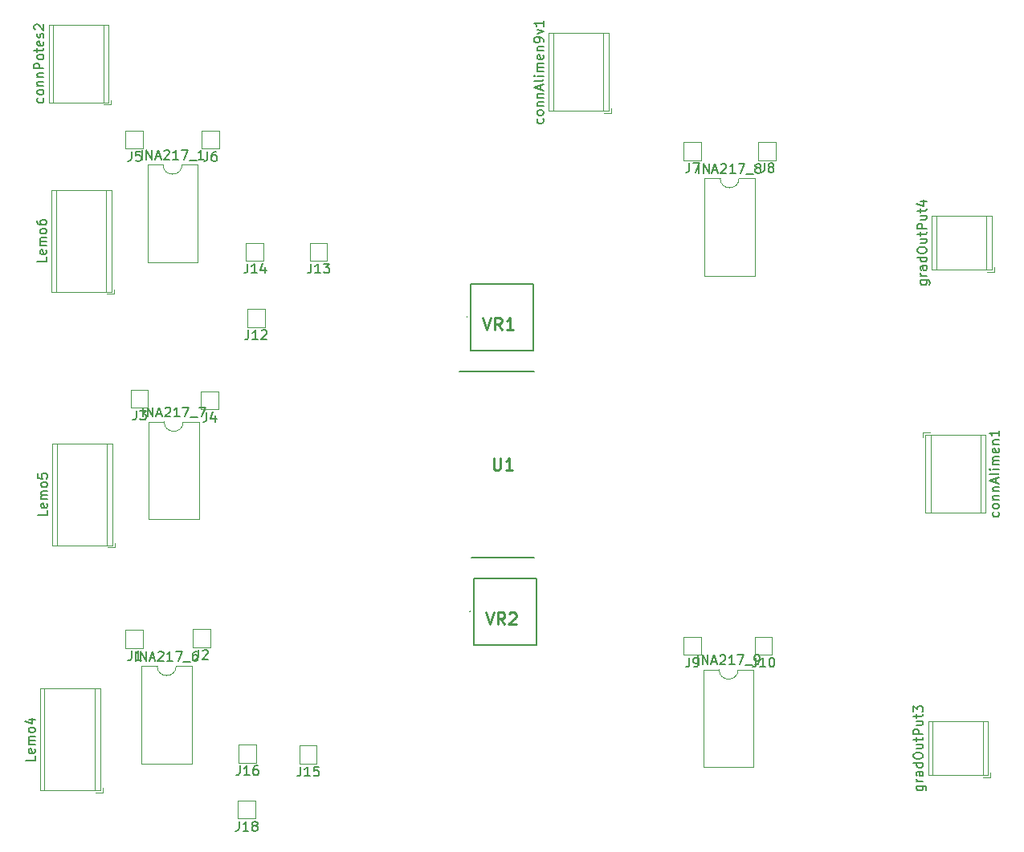
<source format=gbr>
%TF.GenerationSoftware,KiCad,Pcbnew,7.0.5*%
%TF.CreationDate,2023-07-31T13:29:29+02:00*%
%TF.ProjectId,Byaxon_2D_V1,42796178-6f6e-45f3-9244-5f56312e6b69,rev?*%
%TF.SameCoordinates,Original*%
%TF.FileFunction,Legend,Top*%
%TF.FilePolarity,Positive*%
%FSLAX46Y46*%
G04 Gerber Fmt 4.6, Leading zero omitted, Abs format (unit mm)*
G04 Created by KiCad (PCBNEW 7.0.5) date 2023-07-31 13:29:29*
%MOMM*%
%LPD*%
G01*
G04 APERTURE LIST*
%ADD10C,0.150000*%
%ADD11C,0.254000*%
%ADD12C,0.120000*%
%ADD13C,0.200000*%
G04 APERTURE END LIST*
D10*
%TO.C,INA217_9*%
X117071905Y-107284819D02*
X117071905Y-106284819D01*
X117548095Y-107284819D02*
X117548095Y-106284819D01*
X117548095Y-106284819D02*
X118119523Y-107284819D01*
X118119523Y-107284819D02*
X118119523Y-106284819D01*
X118548095Y-106999104D02*
X119024285Y-106999104D01*
X118452857Y-107284819D02*
X118786190Y-106284819D01*
X118786190Y-106284819D02*
X119119523Y-107284819D01*
X119405238Y-106380057D02*
X119452857Y-106332438D01*
X119452857Y-106332438D02*
X119548095Y-106284819D01*
X119548095Y-106284819D02*
X119786190Y-106284819D01*
X119786190Y-106284819D02*
X119881428Y-106332438D01*
X119881428Y-106332438D02*
X119929047Y-106380057D01*
X119929047Y-106380057D02*
X119976666Y-106475295D01*
X119976666Y-106475295D02*
X119976666Y-106570533D01*
X119976666Y-106570533D02*
X119929047Y-106713390D01*
X119929047Y-106713390D02*
X119357619Y-107284819D01*
X119357619Y-107284819D02*
X119976666Y-107284819D01*
X120929047Y-107284819D02*
X120357619Y-107284819D01*
X120643333Y-107284819D02*
X120643333Y-106284819D01*
X120643333Y-106284819D02*
X120548095Y-106427676D01*
X120548095Y-106427676D02*
X120452857Y-106522914D01*
X120452857Y-106522914D02*
X120357619Y-106570533D01*
X121262381Y-106284819D02*
X121929047Y-106284819D01*
X121929047Y-106284819D02*
X121500476Y-107284819D01*
X122071905Y-107380057D02*
X122833809Y-107380057D01*
X123119524Y-107284819D02*
X123310000Y-107284819D01*
X123310000Y-107284819D02*
X123405238Y-107237200D01*
X123405238Y-107237200D02*
X123452857Y-107189580D01*
X123452857Y-107189580D02*
X123548095Y-107046723D01*
X123548095Y-107046723D02*
X123595714Y-106856247D01*
X123595714Y-106856247D02*
X123595714Y-106475295D01*
X123595714Y-106475295D02*
X123548095Y-106380057D01*
X123548095Y-106380057D02*
X123500476Y-106332438D01*
X123500476Y-106332438D02*
X123405238Y-106284819D01*
X123405238Y-106284819D02*
X123214762Y-106284819D01*
X123214762Y-106284819D02*
X123119524Y-106332438D01*
X123119524Y-106332438D02*
X123071905Y-106380057D01*
X123071905Y-106380057D02*
X123024286Y-106475295D01*
X123024286Y-106475295D02*
X123024286Y-106713390D01*
X123024286Y-106713390D02*
X123071905Y-106808628D01*
X123071905Y-106808628D02*
X123119524Y-106856247D01*
X123119524Y-106856247D02*
X123214762Y-106903866D01*
X123214762Y-106903866D02*
X123405238Y-106903866D01*
X123405238Y-106903866D02*
X123500476Y-106856247D01*
X123500476Y-106856247D02*
X123548095Y-106808628D01*
X123548095Y-106808628D02*
X123595714Y-106713390D01*
%TO.C,J6*%
X65366666Y-53154819D02*
X65366666Y-53869104D01*
X65366666Y-53869104D02*
X65319047Y-54011961D01*
X65319047Y-54011961D02*
X65223809Y-54107200D01*
X65223809Y-54107200D02*
X65080952Y-54154819D01*
X65080952Y-54154819D02*
X64985714Y-54154819D01*
X66271428Y-53154819D02*
X66080952Y-53154819D01*
X66080952Y-53154819D02*
X65985714Y-53202438D01*
X65985714Y-53202438D02*
X65938095Y-53250057D01*
X65938095Y-53250057D02*
X65842857Y-53392914D01*
X65842857Y-53392914D02*
X65795238Y-53583390D01*
X65795238Y-53583390D02*
X65795238Y-53964342D01*
X65795238Y-53964342D02*
X65842857Y-54059580D01*
X65842857Y-54059580D02*
X65890476Y-54107200D01*
X65890476Y-54107200D02*
X65985714Y-54154819D01*
X65985714Y-54154819D02*
X66176190Y-54154819D01*
X66176190Y-54154819D02*
X66271428Y-54107200D01*
X66271428Y-54107200D02*
X66319047Y-54059580D01*
X66319047Y-54059580D02*
X66366666Y-53964342D01*
X66366666Y-53964342D02*
X66366666Y-53726247D01*
X66366666Y-53726247D02*
X66319047Y-53631009D01*
X66319047Y-53631009D02*
X66271428Y-53583390D01*
X66271428Y-53583390D02*
X66176190Y-53535771D01*
X66176190Y-53535771D02*
X65985714Y-53535771D01*
X65985714Y-53535771D02*
X65890476Y-53583390D01*
X65890476Y-53583390D02*
X65842857Y-53631009D01*
X65842857Y-53631009D02*
X65795238Y-53726247D01*
%TO.C,J8*%
X124066666Y-54354819D02*
X124066666Y-55069104D01*
X124066666Y-55069104D02*
X124019047Y-55211961D01*
X124019047Y-55211961D02*
X123923809Y-55307200D01*
X123923809Y-55307200D02*
X123780952Y-55354819D01*
X123780952Y-55354819D02*
X123685714Y-55354819D01*
X124685714Y-54783390D02*
X124590476Y-54735771D01*
X124590476Y-54735771D02*
X124542857Y-54688152D01*
X124542857Y-54688152D02*
X124495238Y-54592914D01*
X124495238Y-54592914D02*
X124495238Y-54545295D01*
X124495238Y-54545295D02*
X124542857Y-54450057D01*
X124542857Y-54450057D02*
X124590476Y-54402438D01*
X124590476Y-54402438D02*
X124685714Y-54354819D01*
X124685714Y-54354819D02*
X124876190Y-54354819D01*
X124876190Y-54354819D02*
X124971428Y-54402438D01*
X124971428Y-54402438D02*
X125019047Y-54450057D01*
X125019047Y-54450057D02*
X125066666Y-54545295D01*
X125066666Y-54545295D02*
X125066666Y-54592914D01*
X125066666Y-54592914D02*
X125019047Y-54688152D01*
X125019047Y-54688152D02*
X124971428Y-54735771D01*
X124971428Y-54735771D02*
X124876190Y-54783390D01*
X124876190Y-54783390D02*
X124685714Y-54783390D01*
X124685714Y-54783390D02*
X124590476Y-54831009D01*
X124590476Y-54831009D02*
X124542857Y-54878628D01*
X124542857Y-54878628D02*
X124495238Y-54973866D01*
X124495238Y-54973866D02*
X124495238Y-55164342D01*
X124495238Y-55164342D02*
X124542857Y-55259580D01*
X124542857Y-55259580D02*
X124590476Y-55307200D01*
X124590476Y-55307200D02*
X124685714Y-55354819D01*
X124685714Y-55354819D02*
X124876190Y-55354819D01*
X124876190Y-55354819D02*
X124971428Y-55307200D01*
X124971428Y-55307200D02*
X125019047Y-55259580D01*
X125019047Y-55259580D02*
X125066666Y-55164342D01*
X125066666Y-55164342D02*
X125066666Y-54973866D01*
X125066666Y-54973866D02*
X125019047Y-54878628D01*
X125019047Y-54878628D02*
X124971428Y-54831009D01*
X124971428Y-54831009D02*
X124876190Y-54783390D01*
%TO.C,J14*%
X69590476Y-64979819D02*
X69590476Y-65694104D01*
X69590476Y-65694104D02*
X69542857Y-65836961D01*
X69542857Y-65836961D02*
X69447619Y-65932200D01*
X69447619Y-65932200D02*
X69304762Y-65979819D01*
X69304762Y-65979819D02*
X69209524Y-65979819D01*
X70590476Y-65979819D02*
X70019048Y-65979819D01*
X70304762Y-65979819D02*
X70304762Y-64979819D01*
X70304762Y-64979819D02*
X70209524Y-65122676D01*
X70209524Y-65122676D02*
X70114286Y-65217914D01*
X70114286Y-65217914D02*
X70019048Y-65265533D01*
X71447619Y-65313152D02*
X71447619Y-65979819D01*
X71209524Y-64932200D02*
X70971429Y-65646485D01*
X70971429Y-65646485D02*
X71590476Y-65646485D01*
%TO.C,J2*%
X64416666Y-105754819D02*
X64416666Y-106469104D01*
X64416666Y-106469104D02*
X64369047Y-106611961D01*
X64369047Y-106611961D02*
X64273809Y-106707200D01*
X64273809Y-106707200D02*
X64130952Y-106754819D01*
X64130952Y-106754819D02*
X64035714Y-106754819D01*
X64845238Y-105850057D02*
X64892857Y-105802438D01*
X64892857Y-105802438D02*
X64988095Y-105754819D01*
X64988095Y-105754819D02*
X65226190Y-105754819D01*
X65226190Y-105754819D02*
X65321428Y-105802438D01*
X65321428Y-105802438D02*
X65369047Y-105850057D01*
X65369047Y-105850057D02*
X65416666Y-105945295D01*
X65416666Y-105945295D02*
X65416666Y-106040533D01*
X65416666Y-106040533D02*
X65369047Y-106183390D01*
X65369047Y-106183390D02*
X64797619Y-106754819D01*
X64797619Y-106754819D02*
X65416666Y-106754819D01*
D11*
%TO.C,VR2*%
X94708695Y-101784688D02*
X95132028Y-103054688D01*
X95132028Y-103054688D02*
X95555362Y-101784688D01*
X96704409Y-103054688D02*
X96281075Y-102449926D01*
X95978694Y-103054688D02*
X95978694Y-101784688D01*
X95978694Y-101784688D02*
X96462504Y-101784688D01*
X96462504Y-101784688D02*
X96583456Y-101845164D01*
X96583456Y-101845164D02*
X96643933Y-101905640D01*
X96643933Y-101905640D02*
X96704409Y-102026592D01*
X96704409Y-102026592D02*
X96704409Y-102208021D01*
X96704409Y-102208021D02*
X96643933Y-102328973D01*
X96643933Y-102328973D02*
X96583456Y-102389450D01*
X96583456Y-102389450D02*
X96462504Y-102449926D01*
X96462504Y-102449926D02*
X95978694Y-102449926D01*
X97188218Y-101905640D02*
X97248694Y-101845164D01*
X97248694Y-101845164D02*
X97369647Y-101784688D01*
X97369647Y-101784688D02*
X97672028Y-101784688D01*
X97672028Y-101784688D02*
X97792980Y-101845164D01*
X97792980Y-101845164D02*
X97853456Y-101905640D01*
X97853456Y-101905640D02*
X97913933Y-102026592D01*
X97913933Y-102026592D02*
X97913933Y-102147545D01*
X97913933Y-102147545D02*
X97853456Y-102328973D01*
X97853456Y-102328973D02*
X97127742Y-103054688D01*
X97127742Y-103054688D02*
X97913933Y-103054688D01*
D10*
%TO.C,J16*%
X68790476Y-117954819D02*
X68790476Y-118669104D01*
X68790476Y-118669104D02*
X68742857Y-118811961D01*
X68742857Y-118811961D02*
X68647619Y-118907200D01*
X68647619Y-118907200D02*
X68504762Y-118954819D01*
X68504762Y-118954819D02*
X68409524Y-118954819D01*
X69790476Y-118954819D02*
X69219048Y-118954819D01*
X69504762Y-118954819D02*
X69504762Y-117954819D01*
X69504762Y-117954819D02*
X69409524Y-118097676D01*
X69409524Y-118097676D02*
X69314286Y-118192914D01*
X69314286Y-118192914D02*
X69219048Y-118240533D01*
X70647619Y-117954819D02*
X70457143Y-117954819D01*
X70457143Y-117954819D02*
X70361905Y-118002438D01*
X70361905Y-118002438D02*
X70314286Y-118050057D01*
X70314286Y-118050057D02*
X70219048Y-118192914D01*
X70219048Y-118192914D02*
X70171429Y-118383390D01*
X70171429Y-118383390D02*
X70171429Y-118764342D01*
X70171429Y-118764342D02*
X70219048Y-118859580D01*
X70219048Y-118859580D02*
X70266667Y-118907200D01*
X70266667Y-118907200D02*
X70361905Y-118954819D01*
X70361905Y-118954819D02*
X70552381Y-118954819D01*
X70552381Y-118954819D02*
X70647619Y-118907200D01*
X70647619Y-118907200D02*
X70695238Y-118859580D01*
X70695238Y-118859580D02*
X70742857Y-118764342D01*
X70742857Y-118764342D02*
X70742857Y-118526247D01*
X70742857Y-118526247D02*
X70695238Y-118431009D01*
X70695238Y-118431009D02*
X70647619Y-118383390D01*
X70647619Y-118383390D02*
X70552381Y-118335771D01*
X70552381Y-118335771D02*
X70361905Y-118335771D01*
X70361905Y-118335771D02*
X70266667Y-118383390D01*
X70266667Y-118383390D02*
X70219048Y-118431009D01*
X70219048Y-118431009D02*
X70171429Y-118526247D01*
%TO.C,connAlimen1*%
X148767200Y-91211428D02*
X148814819Y-91306666D01*
X148814819Y-91306666D02*
X148814819Y-91497142D01*
X148814819Y-91497142D02*
X148767200Y-91592380D01*
X148767200Y-91592380D02*
X148719580Y-91639999D01*
X148719580Y-91639999D02*
X148624342Y-91687618D01*
X148624342Y-91687618D02*
X148338628Y-91687618D01*
X148338628Y-91687618D02*
X148243390Y-91639999D01*
X148243390Y-91639999D02*
X148195771Y-91592380D01*
X148195771Y-91592380D02*
X148148152Y-91497142D01*
X148148152Y-91497142D02*
X148148152Y-91306666D01*
X148148152Y-91306666D02*
X148195771Y-91211428D01*
X148814819Y-90639999D02*
X148767200Y-90735237D01*
X148767200Y-90735237D02*
X148719580Y-90782856D01*
X148719580Y-90782856D02*
X148624342Y-90830475D01*
X148624342Y-90830475D02*
X148338628Y-90830475D01*
X148338628Y-90830475D02*
X148243390Y-90782856D01*
X148243390Y-90782856D02*
X148195771Y-90735237D01*
X148195771Y-90735237D02*
X148148152Y-90639999D01*
X148148152Y-90639999D02*
X148148152Y-90497142D01*
X148148152Y-90497142D02*
X148195771Y-90401904D01*
X148195771Y-90401904D02*
X148243390Y-90354285D01*
X148243390Y-90354285D02*
X148338628Y-90306666D01*
X148338628Y-90306666D02*
X148624342Y-90306666D01*
X148624342Y-90306666D02*
X148719580Y-90354285D01*
X148719580Y-90354285D02*
X148767200Y-90401904D01*
X148767200Y-90401904D02*
X148814819Y-90497142D01*
X148814819Y-90497142D02*
X148814819Y-90639999D01*
X148148152Y-89878094D02*
X148814819Y-89878094D01*
X148243390Y-89878094D02*
X148195771Y-89830475D01*
X148195771Y-89830475D02*
X148148152Y-89735237D01*
X148148152Y-89735237D02*
X148148152Y-89592380D01*
X148148152Y-89592380D02*
X148195771Y-89497142D01*
X148195771Y-89497142D02*
X148291009Y-89449523D01*
X148291009Y-89449523D02*
X148814819Y-89449523D01*
X148148152Y-88973332D02*
X148814819Y-88973332D01*
X148243390Y-88973332D02*
X148195771Y-88925713D01*
X148195771Y-88925713D02*
X148148152Y-88830475D01*
X148148152Y-88830475D02*
X148148152Y-88687618D01*
X148148152Y-88687618D02*
X148195771Y-88592380D01*
X148195771Y-88592380D02*
X148291009Y-88544761D01*
X148291009Y-88544761D02*
X148814819Y-88544761D01*
X148529104Y-88116189D02*
X148529104Y-87639999D01*
X148814819Y-88211427D02*
X147814819Y-87878094D01*
X147814819Y-87878094D02*
X148814819Y-87544761D01*
X148814819Y-87068570D02*
X148767200Y-87163808D01*
X148767200Y-87163808D02*
X148671961Y-87211427D01*
X148671961Y-87211427D02*
X147814819Y-87211427D01*
X148814819Y-86687617D02*
X148148152Y-86687617D01*
X147814819Y-86687617D02*
X147862438Y-86735236D01*
X147862438Y-86735236D02*
X147910057Y-86687617D01*
X147910057Y-86687617D02*
X147862438Y-86639998D01*
X147862438Y-86639998D02*
X147814819Y-86687617D01*
X147814819Y-86687617D02*
X147910057Y-86687617D01*
X148814819Y-86211427D02*
X148148152Y-86211427D01*
X148243390Y-86211427D02*
X148195771Y-86163808D01*
X148195771Y-86163808D02*
X148148152Y-86068570D01*
X148148152Y-86068570D02*
X148148152Y-85925713D01*
X148148152Y-85925713D02*
X148195771Y-85830475D01*
X148195771Y-85830475D02*
X148291009Y-85782856D01*
X148291009Y-85782856D02*
X148814819Y-85782856D01*
X148291009Y-85782856D02*
X148195771Y-85735237D01*
X148195771Y-85735237D02*
X148148152Y-85639999D01*
X148148152Y-85639999D02*
X148148152Y-85497142D01*
X148148152Y-85497142D02*
X148195771Y-85401903D01*
X148195771Y-85401903D02*
X148291009Y-85354284D01*
X148291009Y-85354284D02*
X148814819Y-85354284D01*
X148767200Y-84497142D02*
X148814819Y-84592380D01*
X148814819Y-84592380D02*
X148814819Y-84782856D01*
X148814819Y-84782856D02*
X148767200Y-84878094D01*
X148767200Y-84878094D02*
X148671961Y-84925713D01*
X148671961Y-84925713D02*
X148291009Y-84925713D01*
X148291009Y-84925713D02*
X148195771Y-84878094D01*
X148195771Y-84878094D02*
X148148152Y-84782856D01*
X148148152Y-84782856D02*
X148148152Y-84592380D01*
X148148152Y-84592380D02*
X148195771Y-84497142D01*
X148195771Y-84497142D02*
X148291009Y-84449523D01*
X148291009Y-84449523D02*
X148386247Y-84449523D01*
X148386247Y-84449523D02*
X148481485Y-84925713D01*
X148148152Y-84020951D02*
X148814819Y-84020951D01*
X148243390Y-84020951D02*
X148195771Y-83973332D01*
X148195771Y-83973332D02*
X148148152Y-83878094D01*
X148148152Y-83878094D02*
X148148152Y-83735237D01*
X148148152Y-83735237D02*
X148195771Y-83639999D01*
X148195771Y-83639999D02*
X148291009Y-83592380D01*
X148291009Y-83592380D02*
X148814819Y-83592380D01*
X148814819Y-82592380D02*
X148814819Y-83163808D01*
X148814819Y-82878094D02*
X147814819Y-82878094D01*
X147814819Y-82878094D02*
X147957676Y-82973332D01*
X147957676Y-82973332D02*
X148052914Y-83068570D01*
X148052914Y-83068570D02*
X148100533Y-83163808D01*
%TO.C,gradOutPut3*%
X140128152Y-120096191D02*
X140937676Y-120096191D01*
X140937676Y-120096191D02*
X141032914Y-120143810D01*
X141032914Y-120143810D02*
X141080533Y-120191429D01*
X141080533Y-120191429D02*
X141128152Y-120286667D01*
X141128152Y-120286667D02*
X141128152Y-120429524D01*
X141128152Y-120429524D02*
X141080533Y-120524762D01*
X140747200Y-120096191D02*
X140794819Y-120191429D01*
X140794819Y-120191429D02*
X140794819Y-120381905D01*
X140794819Y-120381905D02*
X140747200Y-120477143D01*
X140747200Y-120477143D02*
X140699580Y-120524762D01*
X140699580Y-120524762D02*
X140604342Y-120572381D01*
X140604342Y-120572381D02*
X140318628Y-120572381D01*
X140318628Y-120572381D02*
X140223390Y-120524762D01*
X140223390Y-120524762D02*
X140175771Y-120477143D01*
X140175771Y-120477143D02*
X140128152Y-120381905D01*
X140128152Y-120381905D02*
X140128152Y-120191429D01*
X140128152Y-120191429D02*
X140175771Y-120096191D01*
X140794819Y-119620000D02*
X140128152Y-119620000D01*
X140318628Y-119620000D02*
X140223390Y-119572381D01*
X140223390Y-119572381D02*
X140175771Y-119524762D01*
X140175771Y-119524762D02*
X140128152Y-119429524D01*
X140128152Y-119429524D02*
X140128152Y-119334286D01*
X140794819Y-118572381D02*
X140271009Y-118572381D01*
X140271009Y-118572381D02*
X140175771Y-118620000D01*
X140175771Y-118620000D02*
X140128152Y-118715238D01*
X140128152Y-118715238D02*
X140128152Y-118905714D01*
X140128152Y-118905714D02*
X140175771Y-119000952D01*
X140747200Y-118572381D02*
X140794819Y-118667619D01*
X140794819Y-118667619D02*
X140794819Y-118905714D01*
X140794819Y-118905714D02*
X140747200Y-119000952D01*
X140747200Y-119000952D02*
X140651961Y-119048571D01*
X140651961Y-119048571D02*
X140556723Y-119048571D01*
X140556723Y-119048571D02*
X140461485Y-119000952D01*
X140461485Y-119000952D02*
X140413866Y-118905714D01*
X140413866Y-118905714D02*
X140413866Y-118667619D01*
X140413866Y-118667619D02*
X140366247Y-118572381D01*
X140794819Y-117667619D02*
X139794819Y-117667619D01*
X140747200Y-117667619D02*
X140794819Y-117762857D01*
X140794819Y-117762857D02*
X140794819Y-117953333D01*
X140794819Y-117953333D02*
X140747200Y-118048571D01*
X140747200Y-118048571D02*
X140699580Y-118096190D01*
X140699580Y-118096190D02*
X140604342Y-118143809D01*
X140604342Y-118143809D02*
X140318628Y-118143809D01*
X140318628Y-118143809D02*
X140223390Y-118096190D01*
X140223390Y-118096190D02*
X140175771Y-118048571D01*
X140175771Y-118048571D02*
X140128152Y-117953333D01*
X140128152Y-117953333D02*
X140128152Y-117762857D01*
X140128152Y-117762857D02*
X140175771Y-117667619D01*
X139794819Y-117000952D02*
X139794819Y-116810476D01*
X139794819Y-116810476D02*
X139842438Y-116715238D01*
X139842438Y-116715238D02*
X139937676Y-116620000D01*
X139937676Y-116620000D02*
X140128152Y-116572381D01*
X140128152Y-116572381D02*
X140461485Y-116572381D01*
X140461485Y-116572381D02*
X140651961Y-116620000D01*
X140651961Y-116620000D02*
X140747200Y-116715238D01*
X140747200Y-116715238D02*
X140794819Y-116810476D01*
X140794819Y-116810476D02*
X140794819Y-117000952D01*
X140794819Y-117000952D02*
X140747200Y-117096190D01*
X140747200Y-117096190D02*
X140651961Y-117191428D01*
X140651961Y-117191428D02*
X140461485Y-117239047D01*
X140461485Y-117239047D02*
X140128152Y-117239047D01*
X140128152Y-117239047D02*
X139937676Y-117191428D01*
X139937676Y-117191428D02*
X139842438Y-117096190D01*
X139842438Y-117096190D02*
X139794819Y-117000952D01*
X140128152Y-115715238D02*
X140794819Y-115715238D01*
X140128152Y-116143809D02*
X140651961Y-116143809D01*
X140651961Y-116143809D02*
X140747200Y-116096190D01*
X140747200Y-116096190D02*
X140794819Y-116000952D01*
X140794819Y-116000952D02*
X140794819Y-115858095D01*
X140794819Y-115858095D02*
X140747200Y-115762857D01*
X140747200Y-115762857D02*
X140699580Y-115715238D01*
X140128152Y-115381904D02*
X140128152Y-115000952D01*
X139794819Y-115239047D02*
X140651961Y-115239047D01*
X140651961Y-115239047D02*
X140747200Y-115191428D01*
X140747200Y-115191428D02*
X140794819Y-115096190D01*
X140794819Y-115096190D02*
X140794819Y-115000952D01*
X140794819Y-114667618D02*
X139794819Y-114667618D01*
X139794819Y-114667618D02*
X139794819Y-114286666D01*
X139794819Y-114286666D02*
X139842438Y-114191428D01*
X139842438Y-114191428D02*
X139890057Y-114143809D01*
X139890057Y-114143809D02*
X139985295Y-114096190D01*
X139985295Y-114096190D02*
X140128152Y-114096190D01*
X140128152Y-114096190D02*
X140223390Y-114143809D01*
X140223390Y-114143809D02*
X140271009Y-114191428D01*
X140271009Y-114191428D02*
X140318628Y-114286666D01*
X140318628Y-114286666D02*
X140318628Y-114667618D01*
X140128152Y-113239047D02*
X140794819Y-113239047D01*
X140128152Y-113667618D02*
X140651961Y-113667618D01*
X140651961Y-113667618D02*
X140747200Y-113619999D01*
X140747200Y-113619999D02*
X140794819Y-113524761D01*
X140794819Y-113524761D02*
X140794819Y-113381904D01*
X140794819Y-113381904D02*
X140747200Y-113286666D01*
X140747200Y-113286666D02*
X140699580Y-113239047D01*
X140128152Y-112905713D02*
X140128152Y-112524761D01*
X139794819Y-112762856D02*
X140651961Y-112762856D01*
X140651961Y-112762856D02*
X140747200Y-112715237D01*
X140747200Y-112715237D02*
X140794819Y-112619999D01*
X140794819Y-112619999D02*
X140794819Y-112524761D01*
X139794819Y-112286665D02*
X139794819Y-111667618D01*
X139794819Y-111667618D02*
X140175771Y-112000951D01*
X140175771Y-112000951D02*
X140175771Y-111858094D01*
X140175771Y-111858094D02*
X140223390Y-111762856D01*
X140223390Y-111762856D02*
X140271009Y-111715237D01*
X140271009Y-111715237D02*
X140366247Y-111667618D01*
X140366247Y-111667618D02*
X140604342Y-111667618D01*
X140604342Y-111667618D02*
X140699580Y-111715237D01*
X140699580Y-111715237D02*
X140747200Y-111762856D01*
X140747200Y-111762856D02*
X140794819Y-111858094D01*
X140794819Y-111858094D02*
X140794819Y-112143808D01*
X140794819Y-112143808D02*
X140747200Y-112239046D01*
X140747200Y-112239046D02*
X140699580Y-112286665D01*
D11*
%TO.C,VR1*%
X94408695Y-70684688D02*
X94832028Y-71954688D01*
X94832028Y-71954688D02*
X95255362Y-70684688D01*
X96404409Y-71954688D02*
X95981075Y-71349926D01*
X95678694Y-71954688D02*
X95678694Y-70684688D01*
X95678694Y-70684688D02*
X96162504Y-70684688D01*
X96162504Y-70684688D02*
X96283456Y-70745164D01*
X96283456Y-70745164D02*
X96343933Y-70805640D01*
X96343933Y-70805640D02*
X96404409Y-70926592D01*
X96404409Y-70926592D02*
X96404409Y-71108021D01*
X96404409Y-71108021D02*
X96343933Y-71228973D01*
X96343933Y-71228973D02*
X96283456Y-71289450D01*
X96283456Y-71289450D02*
X96162504Y-71349926D01*
X96162504Y-71349926D02*
X95678694Y-71349926D01*
X97613933Y-71954688D02*
X96888218Y-71954688D01*
X97251075Y-71954688D02*
X97251075Y-70684688D01*
X97251075Y-70684688D02*
X97130123Y-70866116D01*
X97130123Y-70866116D02*
X97009171Y-70987069D01*
X97009171Y-70987069D02*
X96888218Y-71047545D01*
D10*
%TO.C,INA217_7*%
X58571905Y-81124819D02*
X58571905Y-80124819D01*
X59048095Y-81124819D02*
X59048095Y-80124819D01*
X59048095Y-80124819D02*
X59619523Y-81124819D01*
X59619523Y-81124819D02*
X59619523Y-80124819D01*
X60048095Y-80839104D02*
X60524285Y-80839104D01*
X59952857Y-81124819D02*
X60286190Y-80124819D01*
X60286190Y-80124819D02*
X60619523Y-81124819D01*
X60905238Y-80220057D02*
X60952857Y-80172438D01*
X60952857Y-80172438D02*
X61048095Y-80124819D01*
X61048095Y-80124819D02*
X61286190Y-80124819D01*
X61286190Y-80124819D02*
X61381428Y-80172438D01*
X61381428Y-80172438D02*
X61429047Y-80220057D01*
X61429047Y-80220057D02*
X61476666Y-80315295D01*
X61476666Y-80315295D02*
X61476666Y-80410533D01*
X61476666Y-80410533D02*
X61429047Y-80553390D01*
X61429047Y-80553390D02*
X60857619Y-81124819D01*
X60857619Y-81124819D02*
X61476666Y-81124819D01*
X62429047Y-81124819D02*
X61857619Y-81124819D01*
X62143333Y-81124819D02*
X62143333Y-80124819D01*
X62143333Y-80124819D02*
X62048095Y-80267676D01*
X62048095Y-80267676D02*
X61952857Y-80362914D01*
X61952857Y-80362914D02*
X61857619Y-80410533D01*
X62762381Y-80124819D02*
X63429047Y-80124819D01*
X63429047Y-80124819D02*
X63000476Y-81124819D01*
X63571905Y-81220057D02*
X64333809Y-81220057D01*
X64476667Y-80124819D02*
X65143333Y-80124819D01*
X65143333Y-80124819D02*
X64714762Y-81124819D01*
%TO.C,J12*%
X69690476Y-71979819D02*
X69690476Y-72694104D01*
X69690476Y-72694104D02*
X69642857Y-72836961D01*
X69642857Y-72836961D02*
X69547619Y-72932200D01*
X69547619Y-72932200D02*
X69404762Y-72979819D01*
X69404762Y-72979819D02*
X69309524Y-72979819D01*
X70690476Y-72979819D02*
X70119048Y-72979819D01*
X70404762Y-72979819D02*
X70404762Y-71979819D01*
X70404762Y-71979819D02*
X70309524Y-72122676D01*
X70309524Y-72122676D02*
X70214286Y-72217914D01*
X70214286Y-72217914D02*
X70119048Y-72265533D01*
X71071429Y-72075057D02*
X71119048Y-72027438D01*
X71119048Y-72027438D02*
X71214286Y-71979819D01*
X71214286Y-71979819D02*
X71452381Y-71979819D01*
X71452381Y-71979819D02*
X71547619Y-72027438D01*
X71547619Y-72027438D02*
X71595238Y-72075057D01*
X71595238Y-72075057D02*
X71642857Y-72170295D01*
X71642857Y-72170295D02*
X71642857Y-72265533D01*
X71642857Y-72265533D02*
X71595238Y-72408390D01*
X71595238Y-72408390D02*
X71023810Y-72979819D01*
X71023810Y-72979819D02*
X71642857Y-72979819D01*
%TO.C,J18*%
X68690476Y-123854819D02*
X68690476Y-124569104D01*
X68690476Y-124569104D02*
X68642857Y-124711961D01*
X68642857Y-124711961D02*
X68547619Y-124807200D01*
X68547619Y-124807200D02*
X68404762Y-124854819D01*
X68404762Y-124854819D02*
X68309524Y-124854819D01*
X69690476Y-124854819D02*
X69119048Y-124854819D01*
X69404762Y-124854819D02*
X69404762Y-123854819D01*
X69404762Y-123854819D02*
X69309524Y-123997676D01*
X69309524Y-123997676D02*
X69214286Y-124092914D01*
X69214286Y-124092914D02*
X69119048Y-124140533D01*
X70261905Y-124283390D02*
X70166667Y-124235771D01*
X70166667Y-124235771D02*
X70119048Y-124188152D01*
X70119048Y-124188152D02*
X70071429Y-124092914D01*
X70071429Y-124092914D02*
X70071429Y-124045295D01*
X70071429Y-124045295D02*
X70119048Y-123950057D01*
X70119048Y-123950057D02*
X70166667Y-123902438D01*
X70166667Y-123902438D02*
X70261905Y-123854819D01*
X70261905Y-123854819D02*
X70452381Y-123854819D01*
X70452381Y-123854819D02*
X70547619Y-123902438D01*
X70547619Y-123902438D02*
X70595238Y-123950057D01*
X70595238Y-123950057D02*
X70642857Y-124045295D01*
X70642857Y-124045295D02*
X70642857Y-124092914D01*
X70642857Y-124092914D02*
X70595238Y-124188152D01*
X70595238Y-124188152D02*
X70547619Y-124235771D01*
X70547619Y-124235771D02*
X70452381Y-124283390D01*
X70452381Y-124283390D02*
X70261905Y-124283390D01*
X70261905Y-124283390D02*
X70166667Y-124331009D01*
X70166667Y-124331009D02*
X70119048Y-124378628D01*
X70119048Y-124378628D02*
X70071429Y-124473866D01*
X70071429Y-124473866D02*
X70071429Y-124664342D01*
X70071429Y-124664342D02*
X70119048Y-124759580D01*
X70119048Y-124759580D02*
X70166667Y-124807200D01*
X70166667Y-124807200D02*
X70261905Y-124854819D01*
X70261905Y-124854819D02*
X70452381Y-124854819D01*
X70452381Y-124854819D02*
X70547619Y-124807200D01*
X70547619Y-124807200D02*
X70595238Y-124759580D01*
X70595238Y-124759580D02*
X70642857Y-124664342D01*
X70642857Y-124664342D02*
X70642857Y-124473866D01*
X70642857Y-124473866D02*
X70595238Y-124378628D01*
X70595238Y-124378628D02*
X70547619Y-124331009D01*
X70547619Y-124331009D02*
X70452381Y-124283390D01*
%TO.C,Lemo5*%
X48494819Y-91041785D02*
X48494819Y-91517975D01*
X48494819Y-91517975D02*
X47494819Y-91517975D01*
X48447200Y-90327499D02*
X48494819Y-90422737D01*
X48494819Y-90422737D02*
X48494819Y-90613213D01*
X48494819Y-90613213D02*
X48447200Y-90708451D01*
X48447200Y-90708451D02*
X48351961Y-90756070D01*
X48351961Y-90756070D02*
X47971009Y-90756070D01*
X47971009Y-90756070D02*
X47875771Y-90708451D01*
X47875771Y-90708451D02*
X47828152Y-90613213D01*
X47828152Y-90613213D02*
X47828152Y-90422737D01*
X47828152Y-90422737D02*
X47875771Y-90327499D01*
X47875771Y-90327499D02*
X47971009Y-90279880D01*
X47971009Y-90279880D02*
X48066247Y-90279880D01*
X48066247Y-90279880D02*
X48161485Y-90756070D01*
X48494819Y-89851308D02*
X47828152Y-89851308D01*
X47923390Y-89851308D02*
X47875771Y-89803689D01*
X47875771Y-89803689D02*
X47828152Y-89708451D01*
X47828152Y-89708451D02*
X47828152Y-89565594D01*
X47828152Y-89565594D02*
X47875771Y-89470356D01*
X47875771Y-89470356D02*
X47971009Y-89422737D01*
X47971009Y-89422737D02*
X48494819Y-89422737D01*
X47971009Y-89422737D02*
X47875771Y-89375118D01*
X47875771Y-89375118D02*
X47828152Y-89279880D01*
X47828152Y-89279880D02*
X47828152Y-89137023D01*
X47828152Y-89137023D02*
X47875771Y-89041784D01*
X47875771Y-89041784D02*
X47971009Y-88994165D01*
X47971009Y-88994165D02*
X48494819Y-88994165D01*
X48494819Y-88375118D02*
X48447200Y-88470356D01*
X48447200Y-88470356D02*
X48399580Y-88517975D01*
X48399580Y-88517975D02*
X48304342Y-88565594D01*
X48304342Y-88565594D02*
X48018628Y-88565594D01*
X48018628Y-88565594D02*
X47923390Y-88517975D01*
X47923390Y-88517975D02*
X47875771Y-88470356D01*
X47875771Y-88470356D02*
X47828152Y-88375118D01*
X47828152Y-88375118D02*
X47828152Y-88232261D01*
X47828152Y-88232261D02*
X47875771Y-88137023D01*
X47875771Y-88137023D02*
X47923390Y-88089404D01*
X47923390Y-88089404D02*
X48018628Y-88041785D01*
X48018628Y-88041785D02*
X48304342Y-88041785D01*
X48304342Y-88041785D02*
X48399580Y-88089404D01*
X48399580Y-88089404D02*
X48447200Y-88137023D01*
X48447200Y-88137023D02*
X48494819Y-88232261D01*
X48494819Y-88232261D02*
X48494819Y-88375118D01*
X47494819Y-87137023D02*
X47494819Y-87613213D01*
X47494819Y-87613213D02*
X47971009Y-87660832D01*
X47971009Y-87660832D02*
X47923390Y-87613213D01*
X47923390Y-87613213D02*
X47875771Y-87517975D01*
X47875771Y-87517975D02*
X47875771Y-87279880D01*
X47875771Y-87279880D02*
X47923390Y-87184642D01*
X47923390Y-87184642D02*
X47971009Y-87137023D01*
X47971009Y-87137023D02*
X48066247Y-87089404D01*
X48066247Y-87089404D02*
X48304342Y-87089404D01*
X48304342Y-87089404D02*
X48399580Y-87137023D01*
X48399580Y-87137023D02*
X48447200Y-87184642D01*
X48447200Y-87184642D02*
X48494819Y-87279880D01*
X48494819Y-87279880D02*
X48494819Y-87517975D01*
X48494819Y-87517975D02*
X48447200Y-87613213D01*
X48447200Y-87613213D02*
X48399580Y-87660832D01*
D11*
%TO.C,U1*%
X95532880Y-85494318D02*
X95532880Y-86522413D01*
X95532880Y-86522413D02*
X95593357Y-86643365D01*
X95593357Y-86643365D02*
X95653833Y-86703842D01*
X95653833Y-86703842D02*
X95774785Y-86764318D01*
X95774785Y-86764318D02*
X96016690Y-86764318D01*
X96016690Y-86764318D02*
X96137642Y-86703842D01*
X96137642Y-86703842D02*
X96198119Y-86643365D01*
X96198119Y-86643365D02*
X96258595Y-86522413D01*
X96258595Y-86522413D02*
X96258595Y-85494318D01*
X97528595Y-86764318D02*
X96802880Y-86764318D01*
X97165737Y-86764318D02*
X97165737Y-85494318D01*
X97165737Y-85494318D02*
X97044785Y-85675746D01*
X97044785Y-85675746D02*
X96923833Y-85796699D01*
X96923833Y-85796699D02*
X96802880Y-85857175D01*
D10*
%TO.C,J4*%
X65286666Y-80654819D02*
X65286666Y-81369104D01*
X65286666Y-81369104D02*
X65239047Y-81511961D01*
X65239047Y-81511961D02*
X65143809Y-81607200D01*
X65143809Y-81607200D02*
X65000952Y-81654819D01*
X65000952Y-81654819D02*
X64905714Y-81654819D01*
X66191428Y-80988152D02*
X66191428Y-81654819D01*
X65953333Y-80607200D02*
X65715238Y-81321485D01*
X65715238Y-81321485D02*
X66334285Y-81321485D01*
%TO.C,INA217_1*%
X58451905Y-53992319D02*
X58451905Y-52992319D01*
X58928095Y-53992319D02*
X58928095Y-52992319D01*
X58928095Y-52992319D02*
X59499523Y-53992319D01*
X59499523Y-53992319D02*
X59499523Y-52992319D01*
X59928095Y-53706604D02*
X60404285Y-53706604D01*
X59832857Y-53992319D02*
X60166190Y-52992319D01*
X60166190Y-52992319D02*
X60499523Y-53992319D01*
X60785238Y-53087557D02*
X60832857Y-53039938D01*
X60832857Y-53039938D02*
X60928095Y-52992319D01*
X60928095Y-52992319D02*
X61166190Y-52992319D01*
X61166190Y-52992319D02*
X61261428Y-53039938D01*
X61261428Y-53039938D02*
X61309047Y-53087557D01*
X61309047Y-53087557D02*
X61356666Y-53182795D01*
X61356666Y-53182795D02*
X61356666Y-53278033D01*
X61356666Y-53278033D02*
X61309047Y-53420890D01*
X61309047Y-53420890D02*
X60737619Y-53992319D01*
X60737619Y-53992319D02*
X61356666Y-53992319D01*
X62309047Y-53992319D02*
X61737619Y-53992319D01*
X62023333Y-53992319D02*
X62023333Y-52992319D01*
X62023333Y-52992319D02*
X61928095Y-53135176D01*
X61928095Y-53135176D02*
X61832857Y-53230414D01*
X61832857Y-53230414D02*
X61737619Y-53278033D01*
X62642381Y-52992319D02*
X63309047Y-52992319D01*
X63309047Y-52992319D02*
X62880476Y-53992319D01*
X63451905Y-54087557D02*
X64213809Y-54087557D01*
X64975714Y-53992319D02*
X64404286Y-53992319D01*
X64690000Y-53992319D02*
X64690000Y-52992319D01*
X64690000Y-52992319D02*
X64594762Y-53135176D01*
X64594762Y-53135176D02*
X64499524Y-53230414D01*
X64499524Y-53230414D02*
X64404286Y-53278033D01*
%TO.C,Lemo6*%
X48394819Y-64284285D02*
X48394819Y-64760475D01*
X48394819Y-64760475D02*
X47394819Y-64760475D01*
X48347200Y-63569999D02*
X48394819Y-63665237D01*
X48394819Y-63665237D02*
X48394819Y-63855713D01*
X48394819Y-63855713D02*
X48347200Y-63950951D01*
X48347200Y-63950951D02*
X48251961Y-63998570D01*
X48251961Y-63998570D02*
X47871009Y-63998570D01*
X47871009Y-63998570D02*
X47775771Y-63950951D01*
X47775771Y-63950951D02*
X47728152Y-63855713D01*
X47728152Y-63855713D02*
X47728152Y-63665237D01*
X47728152Y-63665237D02*
X47775771Y-63569999D01*
X47775771Y-63569999D02*
X47871009Y-63522380D01*
X47871009Y-63522380D02*
X47966247Y-63522380D01*
X47966247Y-63522380D02*
X48061485Y-63998570D01*
X48394819Y-63093808D02*
X47728152Y-63093808D01*
X47823390Y-63093808D02*
X47775771Y-63046189D01*
X47775771Y-63046189D02*
X47728152Y-62950951D01*
X47728152Y-62950951D02*
X47728152Y-62808094D01*
X47728152Y-62808094D02*
X47775771Y-62712856D01*
X47775771Y-62712856D02*
X47871009Y-62665237D01*
X47871009Y-62665237D02*
X48394819Y-62665237D01*
X47871009Y-62665237D02*
X47775771Y-62617618D01*
X47775771Y-62617618D02*
X47728152Y-62522380D01*
X47728152Y-62522380D02*
X47728152Y-62379523D01*
X47728152Y-62379523D02*
X47775771Y-62284284D01*
X47775771Y-62284284D02*
X47871009Y-62236665D01*
X47871009Y-62236665D02*
X48394819Y-62236665D01*
X48394819Y-61617618D02*
X48347200Y-61712856D01*
X48347200Y-61712856D02*
X48299580Y-61760475D01*
X48299580Y-61760475D02*
X48204342Y-61808094D01*
X48204342Y-61808094D02*
X47918628Y-61808094D01*
X47918628Y-61808094D02*
X47823390Y-61760475D01*
X47823390Y-61760475D02*
X47775771Y-61712856D01*
X47775771Y-61712856D02*
X47728152Y-61617618D01*
X47728152Y-61617618D02*
X47728152Y-61474761D01*
X47728152Y-61474761D02*
X47775771Y-61379523D01*
X47775771Y-61379523D02*
X47823390Y-61331904D01*
X47823390Y-61331904D02*
X47918628Y-61284285D01*
X47918628Y-61284285D02*
X48204342Y-61284285D01*
X48204342Y-61284285D02*
X48299580Y-61331904D01*
X48299580Y-61331904D02*
X48347200Y-61379523D01*
X48347200Y-61379523D02*
X48394819Y-61474761D01*
X48394819Y-61474761D02*
X48394819Y-61617618D01*
X47394819Y-60427142D02*
X47394819Y-60617618D01*
X47394819Y-60617618D02*
X47442438Y-60712856D01*
X47442438Y-60712856D02*
X47490057Y-60760475D01*
X47490057Y-60760475D02*
X47632914Y-60855713D01*
X47632914Y-60855713D02*
X47823390Y-60903332D01*
X47823390Y-60903332D02*
X48204342Y-60903332D01*
X48204342Y-60903332D02*
X48299580Y-60855713D01*
X48299580Y-60855713D02*
X48347200Y-60808094D01*
X48347200Y-60808094D02*
X48394819Y-60712856D01*
X48394819Y-60712856D02*
X48394819Y-60522380D01*
X48394819Y-60522380D02*
X48347200Y-60427142D01*
X48347200Y-60427142D02*
X48299580Y-60379523D01*
X48299580Y-60379523D02*
X48204342Y-60331904D01*
X48204342Y-60331904D02*
X47966247Y-60331904D01*
X47966247Y-60331904D02*
X47871009Y-60379523D01*
X47871009Y-60379523D02*
X47823390Y-60427142D01*
X47823390Y-60427142D02*
X47775771Y-60522380D01*
X47775771Y-60522380D02*
X47775771Y-60712856D01*
X47775771Y-60712856D02*
X47823390Y-60808094D01*
X47823390Y-60808094D02*
X47871009Y-60855713D01*
X47871009Y-60855713D02*
X47966247Y-60903332D01*
%TO.C,J3*%
X57886666Y-80474819D02*
X57886666Y-81189104D01*
X57886666Y-81189104D02*
X57839047Y-81331961D01*
X57839047Y-81331961D02*
X57743809Y-81427200D01*
X57743809Y-81427200D02*
X57600952Y-81474819D01*
X57600952Y-81474819D02*
X57505714Y-81474819D01*
X58267619Y-80474819D02*
X58886666Y-80474819D01*
X58886666Y-80474819D02*
X58553333Y-80855771D01*
X58553333Y-80855771D02*
X58696190Y-80855771D01*
X58696190Y-80855771D02*
X58791428Y-80903390D01*
X58791428Y-80903390D02*
X58839047Y-80951009D01*
X58839047Y-80951009D02*
X58886666Y-81046247D01*
X58886666Y-81046247D02*
X58886666Y-81284342D01*
X58886666Y-81284342D02*
X58839047Y-81379580D01*
X58839047Y-81379580D02*
X58791428Y-81427200D01*
X58791428Y-81427200D02*
X58696190Y-81474819D01*
X58696190Y-81474819D02*
X58410476Y-81474819D01*
X58410476Y-81474819D02*
X58315238Y-81427200D01*
X58315238Y-81427200D02*
X58267619Y-81379580D01*
%TO.C,connAlimen9v1*%
X100747200Y-49688571D02*
X100794819Y-49783809D01*
X100794819Y-49783809D02*
X100794819Y-49974285D01*
X100794819Y-49974285D02*
X100747200Y-50069523D01*
X100747200Y-50069523D02*
X100699580Y-50117142D01*
X100699580Y-50117142D02*
X100604342Y-50164761D01*
X100604342Y-50164761D02*
X100318628Y-50164761D01*
X100318628Y-50164761D02*
X100223390Y-50117142D01*
X100223390Y-50117142D02*
X100175771Y-50069523D01*
X100175771Y-50069523D02*
X100128152Y-49974285D01*
X100128152Y-49974285D02*
X100128152Y-49783809D01*
X100128152Y-49783809D02*
X100175771Y-49688571D01*
X100794819Y-49117142D02*
X100747200Y-49212380D01*
X100747200Y-49212380D02*
X100699580Y-49259999D01*
X100699580Y-49259999D02*
X100604342Y-49307618D01*
X100604342Y-49307618D02*
X100318628Y-49307618D01*
X100318628Y-49307618D02*
X100223390Y-49259999D01*
X100223390Y-49259999D02*
X100175771Y-49212380D01*
X100175771Y-49212380D02*
X100128152Y-49117142D01*
X100128152Y-49117142D02*
X100128152Y-48974285D01*
X100128152Y-48974285D02*
X100175771Y-48879047D01*
X100175771Y-48879047D02*
X100223390Y-48831428D01*
X100223390Y-48831428D02*
X100318628Y-48783809D01*
X100318628Y-48783809D02*
X100604342Y-48783809D01*
X100604342Y-48783809D02*
X100699580Y-48831428D01*
X100699580Y-48831428D02*
X100747200Y-48879047D01*
X100747200Y-48879047D02*
X100794819Y-48974285D01*
X100794819Y-48974285D02*
X100794819Y-49117142D01*
X100128152Y-48355237D02*
X100794819Y-48355237D01*
X100223390Y-48355237D02*
X100175771Y-48307618D01*
X100175771Y-48307618D02*
X100128152Y-48212380D01*
X100128152Y-48212380D02*
X100128152Y-48069523D01*
X100128152Y-48069523D02*
X100175771Y-47974285D01*
X100175771Y-47974285D02*
X100271009Y-47926666D01*
X100271009Y-47926666D02*
X100794819Y-47926666D01*
X100128152Y-47450475D02*
X100794819Y-47450475D01*
X100223390Y-47450475D02*
X100175771Y-47402856D01*
X100175771Y-47402856D02*
X100128152Y-47307618D01*
X100128152Y-47307618D02*
X100128152Y-47164761D01*
X100128152Y-47164761D02*
X100175771Y-47069523D01*
X100175771Y-47069523D02*
X100271009Y-47021904D01*
X100271009Y-47021904D02*
X100794819Y-47021904D01*
X100509104Y-46593332D02*
X100509104Y-46117142D01*
X100794819Y-46688570D02*
X99794819Y-46355237D01*
X99794819Y-46355237D02*
X100794819Y-46021904D01*
X100794819Y-45545713D02*
X100747200Y-45640951D01*
X100747200Y-45640951D02*
X100651961Y-45688570D01*
X100651961Y-45688570D02*
X99794819Y-45688570D01*
X100794819Y-45164760D02*
X100128152Y-45164760D01*
X99794819Y-45164760D02*
X99842438Y-45212379D01*
X99842438Y-45212379D02*
X99890057Y-45164760D01*
X99890057Y-45164760D02*
X99842438Y-45117141D01*
X99842438Y-45117141D02*
X99794819Y-45164760D01*
X99794819Y-45164760D02*
X99890057Y-45164760D01*
X100794819Y-44688570D02*
X100128152Y-44688570D01*
X100223390Y-44688570D02*
X100175771Y-44640951D01*
X100175771Y-44640951D02*
X100128152Y-44545713D01*
X100128152Y-44545713D02*
X100128152Y-44402856D01*
X100128152Y-44402856D02*
X100175771Y-44307618D01*
X100175771Y-44307618D02*
X100271009Y-44259999D01*
X100271009Y-44259999D02*
X100794819Y-44259999D01*
X100271009Y-44259999D02*
X100175771Y-44212380D01*
X100175771Y-44212380D02*
X100128152Y-44117142D01*
X100128152Y-44117142D02*
X100128152Y-43974285D01*
X100128152Y-43974285D02*
X100175771Y-43879046D01*
X100175771Y-43879046D02*
X100271009Y-43831427D01*
X100271009Y-43831427D02*
X100794819Y-43831427D01*
X100747200Y-42974285D02*
X100794819Y-43069523D01*
X100794819Y-43069523D02*
X100794819Y-43259999D01*
X100794819Y-43259999D02*
X100747200Y-43355237D01*
X100747200Y-43355237D02*
X100651961Y-43402856D01*
X100651961Y-43402856D02*
X100271009Y-43402856D01*
X100271009Y-43402856D02*
X100175771Y-43355237D01*
X100175771Y-43355237D02*
X100128152Y-43259999D01*
X100128152Y-43259999D02*
X100128152Y-43069523D01*
X100128152Y-43069523D02*
X100175771Y-42974285D01*
X100175771Y-42974285D02*
X100271009Y-42926666D01*
X100271009Y-42926666D02*
X100366247Y-42926666D01*
X100366247Y-42926666D02*
X100461485Y-43402856D01*
X100128152Y-42498094D02*
X100794819Y-42498094D01*
X100223390Y-42498094D02*
X100175771Y-42450475D01*
X100175771Y-42450475D02*
X100128152Y-42355237D01*
X100128152Y-42355237D02*
X100128152Y-42212380D01*
X100128152Y-42212380D02*
X100175771Y-42117142D01*
X100175771Y-42117142D02*
X100271009Y-42069523D01*
X100271009Y-42069523D02*
X100794819Y-42069523D01*
X100794819Y-41545713D02*
X100794819Y-41355237D01*
X100794819Y-41355237D02*
X100747200Y-41259999D01*
X100747200Y-41259999D02*
X100699580Y-41212380D01*
X100699580Y-41212380D02*
X100556723Y-41117142D01*
X100556723Y-41117142D02*
X100366247Y-41069523D01*
X100366247Y-41069523D02*
X99985295Y-41069523D01*
X99985295Y-41069523D02*
X99890057Y-41117142D01*
X99890057Y-41117142D02*
X99842438Y-41164761D01*
X99842438Y-41164761D02*
X99794819Y-41259999D01*
X99794819Y-41259999D02*
X99794819Y-41450475D01*
X99794819Y-41450475D02*
X99842438Y-41545713D01*
X99842438Y-41545713D02*
X99890057Y-41593332D01*
X99890057Y-41593332D02*
X99985295Y-41640951D01*
X99985295Y-41640951D02*
X100223390Y-41640951D01*
X100223390Y-41640951D02*
X100318628Y-41593332D01*
X100318628Y-41593332D02*
X100366247Y-41545713D01*
X100366247Y-41545713D02*
X100413866Y-41450475D01*
X100413866Y-41450475D02*
X100413866Y-41259999D01*
X100413866Y-41259999D02*
X100366247Y-41164761D01*
X100366247Y-41164761D02*
X100318628Y-41117142D01*
X100318628Y-41117142D02*
X100223390Y-41069523D01*
X100128152Y-40736189D02*
X100794819Y-40498094D01*
X100794819Y-40498094D02*
X100128152Y-40259999D01*
X100794819Y-39355237D02*
X100794819Y-39926665D01*
X100794819Y-39640951D02*
X99794819Y-39640951D01*
X99794819Y-39640951D02*
X99937676Y-39736189D01*
X99937676Y-39736189D02*
X100032914Y-39831427D01*
X100032914Y-39831427D02*
X100080533Y-39926665D01*
%TO.C,gradOutPut4*%
X140528152Y-66746191D02*
X141337676Y-66746191D01*
X141337676Y-66746191D02*
X141432914Y-66793810D01*
X141432914Y-66793810D02*
X141480533Y-66841429D01*
X141480533Y-66841429D02*
X141528152Y-66936667D01*
X141528152Y-66936667D02*
X141528152Y-67079524D01*
X141528152Y-67079524D02*
X141480533Y-67174762D01*
X141147200Y-66746191D02*
X141194819Y-66841429D01*
X141194819Y-66841429D02*
X141194819Y-67031905D01*
X141194819Y-67031905D02*
X141147200Y-67127143D01*
X141147200Y-67127143D02*
X141099580Y-67174762D01*
X141099580Y-67174762D02*
X141004342Y-67222381D01*
X141004342Y-67222381D02*
X140718628Y-67222381D01*
X140718628Y-67222381D02*
X140623390Y-67174762D01*
X140623390Y-67174762D02*
X140575771Y-67127143D01*
X140575771Y-67127143D02*
X140528152Y-67031905D01*
X140528152Y-67031905D02*
X140528152Y-66841429D01*
X140528152Y-66841429D02*
X140575771Y-66746191D01*
X141194819Y-66270000D02*
X140528152Y-66270000D01*
X140718628Y-66270000D02*
X140623390Y-66222381D01*
X140623390Y-66222381D02*
X140575771Y-66174762D01*
X140575771Y-66174762D02*
X140528152Y-66079524D01*
X140528152Y-66079524D02*
X140528152Y-65984286D01*
X141194819Y-65222381D02*
X140671009Y-65222381D01*
X140671009Y-65222381D02*
X140575771Y-65270000D01*
X140575771Y-65270000D02*
X140528152Y-65365238D01*
X140528152Y-65365238D02*
X140528152Y-65555714D01*
X140528152Y-65555714D02*
X140575771Y-65650952D01*
X141147200Y-65222381D02*
X141194819Y-65317619D01*
X141194819Y-65317619D02*
X141194819Y-65555714D01*
X141194819Y-65555714D02*
X141147200Y-65650952D01*
X141147200Y-65650952D02*
X141051961Y-65698571D01*
X141051961Y-65698571D02*
X140956723Y-65698571D01*
X140956723Y-65698571D02*
X140861485Y-65650952D01*
X140861485Y-65650952D02*
X140813866Y-65555714D01*
X140813866Y-65555714D02*
X140813866Y-65317619D01*
X140813866Y-65317619D02*
X140766247Y-65222381D01*
X141194819Y-64317619D02*
X140194819Y-64317619D01*
X141147200Y-64317619D02*
X141194819Y-64412857D01*
X141194819Y-64412857D02*
X141194819Y-64603333D01*
X141194819Y-64603333D02*
X141147200Y-64698571D01*
X141147200Y-64698571D02*
X141099580Y-64746190D01*
X141099580Y-64746190D02*
X141004342Y-64793809D01*
X141004342Y-64793809D02*
X140718628Y-64793809D01*
X140718628Y-64793809D02*
X140623390Y-64746190D01*
X140623390Y-64746190D02*
X140575771Y-64698571D01*
X140575771Y-64698571D02*
X140528152Y-64603333D01*
X140528152Y-64603333D02*
X140528152Y-64412857D01*
X140528152Y-64412857D02*
X140575771Y-64317619D01*
X140194819Y-63650952D02*
X140194819Y-63460476D01*
X140194819Y-63460476D02*
X140242438Y-63365238D01*
X140242438Y-63365238D02*
X140337676Y-63270000D01*
X140337676Y-63270000D02*
X140528152Y-63222381D01*
X140528152Y-63222381D02*
X140861485Y-63222381D01*
X140861485Y-63222381D02*
X141051961Y-63270000D01*
X141051961Y-63270000D02*
X141147200Y-63365238D01*
X141147200Y-63365238D02*
X141194819Y-63460476D01*
X141194819Y-63460476D02*
X141194819Y-63650952D01*
X141194819Y-63650952D02*
X141147200Y-63746190D01*
X141147200Y-63746190D02*
X141051961Y-63841428D01*
X141051961Y-63841428D02*
X140861485Y-63889047D01*
X140861485Y-63889047D02*
X140528152Y-63889047D01*
X140528152Y-63889047D02*
X140337676Y-63841428D01*
X140337676Y-63841428D02*
X140242438Y-63746190D01*
X140242438Y-63746190D02*
X140194819Y-63650952D01*
X140528152Y-62365238D02*
X141194819Y-62365238D01*
X140528152Y-62793809D02*
X141051961Y-62793809D01*
X141051961Y-62793809D02*
X141147200Y-62746190D01*
X141147200Y-62746190D02*
X141194819Y-62650952D01*
X141194819Y-62650952D02*
X141194819Y-62508095D01*
X141194819Y-62508095D02*
X141147200Y-62412857D01*
X141147200Y-62412857D02*
X141099580Y-62365238D01*
X140528152Y-62031904D02*
X140528152Y-61650952D01*
X140194819Y-61889047D02*
X141051961Y-61889047D01*
X141051961Y-61889047D02*
X141147200Y-61841428D01*
X141147200Y-61841428D02*
X141194819Y-61746190D01*
X141194819Y-61746190D02*
X141194819Y-61650952D01*
X141194819Y-61317618D02*
X140194819Y-61317618D01*
X140194819Y-61317618D02*
X140194819Y-60936666D01*
X140194819Y-60936666D02*
X140242438Y-60841428D01*
X140242438Y-60841428D02*
X140290057Y-60793809D01*
X140290057Y-60793809D02*
X140385295Y-60746190D01*
X140385295Y-60746190D02*
X140528152Y-60746190D01*
X140528152Y-60746190D02*
X140623390Y-60793809D01*
X140623390Y-60793809D02*
X140671009Y-60841428D01*
X140671009Y-60841428D02*
X140718628Y-60936666D01*
X140718628Y-60936666D02*
X140718628Y-61317618D01*
X140528152Y-59889047D02*
X141194819Y-59889047D01*
X140528152Y-60317618D02*
X141051961Y-60317618D01*
X141051961Y-60317618D02*
X141147200Y-60269999D01*
X141147200Y-60269999D02*
X141194819Y-60174761D01*
X141194819Y-60174761D02*
X141194819Y-60031904D01*
X141194819Y-60031904D02*
X141147200Y-59936666D01*
X141147200Y-59936666D02*
X141099580Y-59889047D01*
X140528152Y-59555713D02*
X140528152Y-59174761D01*
X140194819Y-59412856D02*
X141051961Y-59412856D01*
X141051961Y-59412856D02*
X141147200Y-59365237D01*
X141147200Y-59365237D02*
X141194819Y-59269999D01*
X141194819Y-59269999D02*
X141194819Y-59174761D01*
X140528152Y-58412856D02*
X141194819Y-58412856D01*
X140147200Y-58650951D02*
X140861485Y-58889046D01*
X140861485Y-58889046D02*
X140861485Y-58269999D01*
%TO.C,connPotes2*%
X48047200Y-47526667D02*
X48094819Y-47621905D01*
X48094819Y-47621905D02*
X48094819Y-47812381D01*
X48094819Y-47812381D02*
X48047200Y-47907619D01*
X48047200Y-47907619D02*
X47999580Y-47955238D01*
X47999580Y-47955238D02*
X47904342Y-48002857D01*
X47904342Y-48002857D02*
X47618628Y-48002857D01*
X47618628Y-48002857D02*
X47523390Y-47955238D01*
X47523390Y-47955238D02*
X47475771Y-47907619D01*
X47475771Y-47907619D02*
X47428152Y-47812381D01*
X47428152Y-47812381D02*
X47428152Y-47621905D01*
X47428152Y-47621905D02*
X47475771Y-47526667D01*
X48094819Y-46955238D02*
X48047200Y-47050476D01*
X48047200Y-47050476D02*
X47999580Y-47098095D01*
X47999580Y-47098095D02*
X47904342Y-47145714D01*
X47904342Y-47145714D02*
X47618628Y-47145714D01*
X47618628Y-47145714D02*
X47523390Y-47098095D01*
X47523390Y-47098095D02*
X47475771Y-47050476D01*
X47475771Y-47050476D02*
X47428152Y-46955238D01*
X47428152Y-46955238D02*
X47428152Y-46812381D01*
X47428152Y-46812381D02*
X47475771Y-46717143D01*
X47475771Y-46717143D02*
X47523390Y-46669524D01*
X47523390Y-46669524D02*
X47618628Y-46621905D01*
X47618628Y-46621905D02*
X47904342Y-46621905D01*
X47904342Y-46621905D02*
X47999580Y-46669524D01*
X47999580Y-46669524D02*
X48047200Y-46717143D01*
X48047200Y-46717143D02*
X48094819Y-46812381D01*
X48094819Y-46812381D02*
X48094819Y-46955238D01*
X47428152Y-46193333D02*
X48094819Y-46193333D01*
X47523390Y-46193333D02*
X47475771Y-46145714D01*
X47475771Y-46145714D02*
X47428152Y-46050476D01*
X47428152Y-46050476D02*
X47428152Y-45907619D01*
X47428152Y-45907619D02*
X47475771Y-45812381D01*
X47475771Y-45812381D02*
X47571009Y-45764762D01*
X47571009Y-45764762D02*
X48094819Y-45764762D01*
X47428152Y-45288571D02*
X48094819Y-45288571D01*
X47523390Y-45288571D02*
X47475771Y-45240952D01*
X47475771Y-45240952D02*
X47428152Y-45145714D01*
X47428152Y-45145714D02*
X47428152Y-45002857D01*
X47428152Y-45002857D02*
X47475771Y-44907619D01*
X47475771Y-44907619D02*
X47571009Y-44860000D01*
X47571009Y-44860000D02*
X48094819Y-44860000D01*
X48094819Y-44383809D02*
X47094819Y-44383809D01*
X47094819Y-44383809D02*
X47094819Y-44002857D01*
X47094819Y-44002857D02*
X47142438Y-43907619D01*
X47142438Y-43907619D02*
X47190057Y-43860000D01*
X47190057Y-43860000D02*
X47285295Y-43812381D01*
X47285295Y-43812381D02*
X47428152Y-43812381D01*
X47428152Y-43812381D02*
X47523390Y-43860000D01*
X47523390Y-43860000D02*
X47571009Y-43907619D01*
X47571009Y-43907619D02*
X47618628Y-44002857D01*
X47618628Y-44002857D02*
X47618628Y-44383809D01*
X48094819Y-43240952D02*
X48047200Y-43336190D01*
X48047200Y-43336190D02*
X47999580Y-43383809D01*
X47999580Y-43383809D02*
X47904342Y-43431428D01*
X47904342Y-43431428D02*
X47618628Y-43431428D01*
X47618628Y-43431428D02*
X47523390Y-43383809D01*
X47523390Y-43383809D02*
X47475771Y-43336190D01*
X47475771Y-43336190D02*
X47428152Y-43240952D01*
X47428152Y-43240952D02*
X47428152Y-43098095D01*
X47428152Y-43098095D02*
X47475771Y-43002857D01*
X47475771Y-43002857D02*
X47523390Y-42955238D01*
X47523390Y-42955238D02*
X47618628Y-42907619D01*
X47618628Y-42907619D02*
X47904342Y-42907619D01*
X47904342Y-42907619D02*
X47999580Y-42955238D01*
X47999580Y-42955238D02*
X48047200Y-43002857D01*
X48047200Y-43002857D02*
X48094819Y-43098095D01*
X48094819Y-43098095D02*
X48094819Y-43240952D01*
X47428152Y-42621904D02*
X47428152Y-42240952D01*
X47094819Y-42479047D02*
X47951961Y-42479047D01*
X47951961Y-42479047D02*
X48047200Y-42431428D01*
X48047200Y-42431428D02*
X48094819Y-42336190D01*
X48094819Y-42336190D02*
X48094819Y-42240952D01*
X48047200Y-41526666D02*
X48094819Y-41621904D01*
X48094819Y-41621904D02*
X48094819Y-41812380D01*
X48094819Y-41812380D02*
X48047200Y-41907618D01*
X48047200Y-41907618D02*
X47951961Y-41955237D01*
X47951961Y-41955237D02*
X47571009Y-41955237D01*
X47571009Y-41955237D02*
X47475771Y-41907618D01*
X47475771Y-41907618D02*
X47428152Y-41812380D01*
X47428152Y-41812380D02*
X47428152Y-41621904D01*
X47428152Y-41621904D02*
X47475771Y-41526666D01*
X47475771Y-41526666D02*
X47571009Y-41479047D01*
X47571009Y-41479047D02*
X47666247Y-41479047D01*
X47666247Y-41479047D02*
X47761485Y-41955237D01*
X48047200Y-41098094D02*
X48094819Y-41002856D01*
X48094819Y-41002856D02*
X48094819Y-40812380D01*
X48094819Y-40812380D02*
X48047200Y-40717142D01*
X48047200Y-40717142D02*
X47951961Y-40669523D01*
X47951961Y-40669523D02*
X47904342Y-40669523D01*
X47904342Y-40669523D02*
X47809104Y-40717142D01*
X47809104Y-40717142D02*
X47761485Y-40812380D01*
X47761485Y-40812380D02*
X47761485Y-40955237D01*
X47761485Y-40955237D02*
X47713866Y-41050475D01*
X47713866Y-41050475D02*
X47618628Y-41098094D01*
X47618628Y-41098094D02*
X47571009Y-41098094D01*
X47571009Y-41098094D02*
X47475771Y-41050475D01*
X47475771Y-41050475D02*
X47428152Y-40955237D01*
X47428152Y-40955237D02*
X47428152Y-40812380D01*
X47428152Y-40812380D02*
X47475771Y-40717142D01*
X47190057Y-40288570D02*
X47142438Y-40240951D01*
X47142438Y-40240951D02*
X47094819Y-40145713D01*
X47094819Y-40145713D02*
X47094819Y-39907618D01*
X47094819Y-39907618D02*
X47142438Y-39812380D01*
X47142438Y-39812380D02*
X47190057Y-39764761D01*
X47190057Y-39764761D02*
X47285295Y-39717142D01*
X47285295Y-39717142D02*
X47380533Y-39717142D01*
X47380533Y-39717142D02*
X47523390Y-39764761D01*
X47523390Y-39764761D02*
X48094819Y-40336189D01*
X48094819Y-40336189D02*
X48094819Y-39717142D01*
%TO.C,Lemo4*%
X47194819Y-116924285D02*
X47194819Y-117400475D01*
X47194819Y-117400475D02*
X46194819Y-117400475D01*
X47147200Y-116209999D02*
X47194819Y-116305237D01*
X47194819Y-116305237D02*
X47194819Y-116495713D01*
X47194819Y-116495713D02*
X47147200Y-116590951D01*
X47147200Y-116590951D02*
X47051961Y-116638570D01*
X47051961Y-116638570D02*
X46671009Y-116638570D01*
X46671009Y-116638570D02*
X46575771Y-116590951D01*
X46575771Y-116590951D02*
X46528152Y-116495713D01*
X46528152Y-116495713D02*
X46528152Y-116305237D01*
X46528152Y-116305237D02*
X46575771Y-116209999D01*
X46575771Y-116209999D02*
X46671009Y-116162380D01*
X46671009Y-116162380D02*
X46766247Y-116162380D01*
X46766247Y-116162380D02*
X46861485Y-116638570D01*
X47194819Y-115733808D02*
X46528152Y-115733808D01*
X46623390Y-115733808D02*
X46575771Y-115686189D01*
X46575771Y-115686189D02*
X46528152Y-115590951D01*
X46528152Y-115590951D02*
X46528152Y-115448094D01*
X46528152Y-115448094D02*
X46575771Y-115352856D01*
X46575771Y-115352856D02*
X46671009Y-115305237D01*
X46671009Y-115305237D02*
X47194819Y-115305237D01*
X46671009Y-115305237D02*
X46575771Y-115257618D01*
X46575771Y-115257618D02*
X46528152Y-115162380D01*
X46528152Y-115162380D02*
X46528152Y-115019523D01*
X46528152Y-115019523D02*
X46575771Y-114924284D01*
X46575771Y-114924284D02*
X46671009Y-114876665D01*
X46671009Y-114876665D02*
X47194819Y-114876665D01*
X47194819Y-114257618D02*
X47147200Y-114352856D01*
X47147200Y-114352856D02*
X47099580Y-114400475D01*
X47099580Y-114400475D02*
X47004342Y-114448094D01*
X47004342Y-114448094D02*
X46718628Y-114448094D01*
X46718628Y-114448094D02*
X46623390Y-114400475D01*
X46623390Y-114400475D02*
X46575771Y-114352856D01*
X46575771Y-114352856D02*
X46528152Y-114257618D01*
X46528152Y-114257618D02*
X46528152Y-114114761D01*
X46528152Y-114114761D02*
X46575771Y-114019523D01*
X46575771Y-114019523D02*
X46623390Y-113971904D01*
X46623390Y-113971904D02*
X46718628Y-113924285D01*
X46718628Y-113924285D02*
X47004342Y-113924285D01*
X47004342Y-113924285D02*
X47099580Y-113971904D01*
X47099580Y-113971904D02*
X47147200Y-114019523D01*
X47147200Y-114019523D02*
X47194819Y-114114761D01*
X47194819Y-114114761D02*
X47194819Y-114257618D01*
X46528152Y-113067142D02*
X47194819Y-113067142D01*
X46147200Y-113305237D02*
X46861485Y-113543332D01*
X46861485Y-113543332D02*
X46861485Y-112924285D01*
%TO.C,J9*%
X116166666Y-106554819D02*
X116166666Y-107269104D01*
X116166666Y-107269104D02*
X116119047Y-107411961D01*
X116119047Y-107411961D02*
X116023809Y-107507200D01*
X116023809Y-107507200D02*
X115880952Y-107554819D01*
X115880952Y-107554819D02*
X115785714Y-107554819D01*
X116690476Y-107554819D02*
X116880952Y-107554819D01*
X116880952Y-107554819D02*
X116976190Y-107507200D01*
X116976190Y-107507200D02*
X117023809Y-107459580D01*
X117023809Y-107459580D02*
X117119047Y-107316723D01*
X117119047Y-107316723D02*
X117166666Y-107126247D01*
X117166666Y-107126247D02*
X117166666Y-106745295D01*
X117166666Y-106745295D02*
X117119047Y-106650057D01*
X117119047Y-106650057D02*
X117071428Y-106602438D01*
X117071428Y-106602438D02*
X116976190Y-106554819D01*
X116976190Y-106554819D02*
X116785714Y-106554819D01*
X116785714Y-106554819D02*
X116690476Y-106602438D01*
X116690476Y-106602438D02*
X116642857Y-106650057D01*
X116642857Y-106650057D02*
X116595238Y-106745295D01*
X116595238Y-106745295D02*
X116595238Y-106983390D01*
X116595238Y-106983390D02*
X116642857Y-107078628D01*
X116642857Y-107078628D02*
X116690476Y-107126247D01*
X116690476Y-107126247D02*
X116785714Y-107173866D01*
X116785714Y-107173866D02*
X116976190Y-107173866D01*
X116976190Y-107173866D02*
X117071428Y-107126247D01*
X117071428Y-107126247D02*
X117119047Y-107078628D01*
X117119047Y-107078628D02*
X117166666Y-106983390D01*
%TO.C,J13*%
X76290476Y-64979819D02*
X76290476Y-65694104D01*
X76290476Y-65694104D02*
X76242857Y-65836961D01*
X76242857Y-65836961D02*
X76147619Y-65932200D01*
X76147619Y-65932200D02*
X76004762Y-65979819D01*
X76004762Y-65979819D02*
X75909524Y-65979819D01*
X77290476Y-65979819D02*
X76719048Y-65979819D01*
X77004762Y-65979819D02*
X77004762Y-64979819D01*
X77004762Y-64979819D02*
X76909524Y-65122676D01*
X76909524Y-65122676D02*
X76814286Y-65217914D01*
X76814286Y-65217914D02*
X76719048Y-65265533D01*
X77623810Y-64979819D02*
X78242857Y-64979819D01*
X78242857Y-64979819D02*
X77909524Y-65360771D01*
X77909524Y-65360771D02*
X78052381Y-65360771D01*
X78052381Y-65360771D02*
X78147619Y-65408390D01*
X78147619Y-65408390D02*
X78195238Y-65456009D01*
X78195238Y-65456009D02*
X78242857Y-65551247D01*
X78242857Y-65551247D02*
X78242857Y-65789342D01*
X78242857Y-65789342D02*
X78195238Y-65884580D01*
X78195238Y-65884580D02*
X78147619Y-65932200D01*
X78147619Y-65932200D02*
X78052381Y-65979819D01*
X78052381Y-65979819D02*
X77766667Y-65979819D01*
X77766667Y-65979819D02*
X77671429Y-65932200D01*
X77671429Y-65932200D02*
X77623810Y-65884580D01*
%TO.C,INA217_8*%
X117171905Y-55424819D02*
X117171905Y-54424819D01*
X117648095Y-55424819D02*
X117648095Y-54424819D01*
X117648095Y-54424819D02*
X118219523Y-55424819D01*
X118219523Y-55424819D02*
X118219523Y-54424819D01*
X118648095Y-55139104D02*
X119124285Y-55139104D01*
X118552857Y-55424819D02*
X118886190Y-54424819D01*
X118886190Y-54424819D02*
X119219523Y-55424819D01*
X119505238Y-54520057D02*
X119552857Y-54472438D01*
X119552857Y-54472438D02*
X119648095Y-54424819D01*
X119648095Y-54424819D02*
X119886190Y-54424819D01*
X119886190Y-54424819D02*
X119981428Y-54472438D01*
X119981428Y-54472438D02*
X120029047Y-54520057D01*
X120029047Y-54520057D02*
X120076666Y-54615295D01*
X120076666Y-54615295D02*
X120076666Y-54710533D01*
X120076666Y-54710533D02*
X120029047Y-54853390D01*
X120029047Y-54853390D02*
X119457619Y-55424819D01*
X119457619Y-55424819D02*
X120076666Y-55424819D01*
X121029047Y-55424819D02*
X120457619Y-55424819D01*
X120743333Y-55424819D02*
X120743333Y-54424819D01*
X120743333Y-54424819D02*
X120648095Y-54567676D01*
X120648095Y-54567676D02*
X120552857Y-54662914D01*
X120552857Y-54662914D02*
X120457619Y-54710533D01*
X121362381Y-54424819D02*
X122029047Y-54424819D01*
X122029047Y-54424819D02*
X121600476Y-55424819D01*
X122171905Y-55520057D02*
X122933809Y-55520057D01*
X123314762Y-54853390D02*
X123219524Y-54805771D01*
X123219524Y-54805771D02*
X123171905Y-54758152D01*
X123171905Y-54758152D02*
X123124286Y-54662914D01*
X123124286Y-54662914D02*
X123124286Y-54615295D01*
X123124286Y-54615295D02*
X123171905Y-54520057D01*
X123171905Y-54520057D02*
X123219524Y-54472438D01*
X123219524Y-54472438D02*
X123314762Y-54424819D01*
X123314762Y-54424819D02*
X123505238Y-54424819D01*
X123505238Y-54424819D02*
X123600476Y-54472438D01*
X123600476Y-54472438D02*
X123648095Y-54520057D01*
X123648095Y-54520057D02*
X123695714Y-54615295D01*
X123695714Y-54615295D02*
X123695714Y-54662914D01*
X123695714Y-54662914D02*
X123648095Y-54758152D01*
X123648095Y-54758152D02*
X123600476Y-54805771D01*
X123600476Y-54805771D02*
X123505238Y-54853390D01*
X123505238Y-54853390D02*
X123314762Y-54853390D01*
X123314762Y-54853390D02*
X123219524Y-54901009D01*
X123219524Y-54901009D02*
X123171905Y-54948628D01*
X123171905Y-54948628D02*
X123124286Y-55043866D01*
X123124286Y-55043866D02*
X123124286Y-55234342D01*
X123124286Y-55234342D02*
X123171905Y-55329580D01*
X123171905Y-55329580D02*
X123219524Y-55377200D01*
X123219524Y-55377200D02*
X123314762Y-55424819D01*
X123314762Y-55424819D02*
X123505238Y-55424819D01*
X123505238Y-55424819D02*
X123600476Y-55377200D01*
X123600476Y-55377200D02*
X123648095Y-55329580D01*
X123648095Y-55329580D02*
X123695714Y-55234342D01*
X123695714Y-55234342D02*
X123695714Y-55043866D01*
X123695714Y-55043866D02*
X123648095Y-54948628D01*
X123648095Y-54948628D02*
X123600476Y-54901009D01*
X123600476Y-54901009D02*
X123505238Y-54853390D01*
%TO.C,INA217_6*%
X57831905Y-106904819D02*
X57831905Y-105904819D01*
X58308095Y-106904819D02*
X58308095Y-105904819D01*
X58308095Y-105904819D02*
X58879523Y-106904819D01*
X58879523Y-106904819D02*
X58879523Y-105904819D01*
X59308095Y-106619104D02*
X59784285Y-106619104D01*
X59212857Y-106904819D02*
X59546190Y-105904819D01*
X59546190Y-105904819D02*
X59879523Y-106904819D01*
X60165238Y-106000057D02*
X60212857Y-105952438D01*
X60212857Y-105952438D02*
X60308095Y-105904819D01*
X60308095Y-105904819D02*
X60546190Y-105904819D01*
X60546190Y-105904819D02*
X60641428Y-105952438D01*
X60641428Y-105952438D02*
X60689047Y-106000057D01*
X60689047Y-106000057D02*
X60736666Y-106095295D01*
X60736666Y-106095295D02*
X60736666Y-106190533D01*
X60736666Y-106190533D02*
X60689047Y-106333390D01*
X60689047Y-106333390D02*
X60117619Y-106904819D01*
X60117619Y-106904819D02*
X60736666Y-106904819D01*
X61689047Y-106904819D02*
X61117619Y-106904819D01*
X61403333Y-106904819D02*
X61403333Y-105904819D01*
X61403333Y-105904819D02*
X61308095Y-106047676D01*
X61308095Y-106047676D02*
X61212857Y-106142914D01*
X61212857Y-106142914D02*
X61117619Y-106190533D01*
X62022381Y-105904819D02*
X62689047Y-105904819D01*
X62689047Y-105904819D02*
X62260476Y-106904819D01*
X62831905Y-107000057D02*
X63593809Y-107000057D01*
X64260476Y-105904819D02*
X64070000Y-105904819D01*
X64070000Y-105904819D02*
X63974762Y-105952438D01*
X63974762Y-105952438D02*
X63927143Y-106000057D01*
X63927143Y-106000057D02*
X63831905Y-106142914D01*
X63831905Y-106142914D02*
X63784286Y-106333390D01*
X63784286Y-106333390D02*
X63784286Y-106714342D01*
X63784286Y-106714342D02*
X63831905Y-106809580D01*
X63831905Y-106809580D02*
X63879524Y-106857200D01*
X63879524Y-106857200D02*
X63974762Y-106904819D01*
X63974762Y-106904819D02*
X64165238Y-106904819D01*
X64165238Y-106904819D02*
X64260476Y-106857200D01*
X64260476Y-106857200D02*
X64308095Y-106809580D01*
X64308095Y-106809580D02*
X64355714Y-106714342D01*
X64355714Y-106714342D02*
X64355714Y-106476247D01*
X64355714Y-106476247D02*
X64308095Y-106381009D01*
X64308095Y-106381009D02*
X64260476Y-106333390D01*
X64260476Y-106333390D02*
X64165238Y-106285771D01*
X64165238Y-106285771D02*
X63974762Y-106285771D01*
X63974762Y-106285771D02*
X63879524Y-106333390D01*
X63879524Y-106333390D02*
X63831905Y-106381009D01*
X63831905Y-106381009D02*
X63784286Y-106476247D01*
%TO.C,J5*%
X57366666Y-53142319D02*
X57366666Y-53856604D01*
X57366666Y-53856604D02*
X57319047Y-53999461D01*
X57319047Y-53999461D02*
X57223809Y-54094700D01*
X57223809Y-54094700D02*
X57080952Y-54142319D01*
X57080952Y-54142319D02*
X56985714Y-54142319D01*
X58319047Y-53142319D02*
X57842857Y-53142319D01*
X57842857Y-53142319D02*
X57795238Y-53618509D01*
X57795238Y-53618509D02*
X57842857Y-53570890D01*
X57842857Y-53570890D02*
X57938095Y-53523271D01*
X57938095Y-53523271D02*
X58176190Y-53523271D01*
X58176190Y-53523271D02*
X58271428Y-53570890D01*
X58271428Y-53570890D02*
X58319047Y-53618509D01*
X58319047Y-53618509D02*
X58366666Y-53713747D01*
X58366666Y-53713747D02*
X58366666Y-53951842D01*
X58366666Y-53951842D02*
X58319047Y-54047080D01*
X58319047Y-54047080D02*
X58271428Y-54094700D01*
X58271428Y-54094700D02*
X58176190Y-54142319D01*
X58176190Y-54142319D02*
X57938095Y-54142319D01*
X57938095Y-54142319D02*
X57842857Y-54094700D01*
X57842857Y-54094700D02*
X57795238Y-54047080D01*
%TO.C,J10*%
X123190476Y-106554819D02*
X123190476Y-107269104D01*
X123190476Y-107269104D02*
X123142857Y-107411961D01*
X123142857Y-107411961D02*
X123047619Y-107507200D01*
X123047619Y-107507200D02*
X122904762Y-107554819D01*
X122904762Y-107554819D02*
X122809524Y-107554819D01*
X124190476Y-107554819D02*
X123619048Y-107554819D01*
X123904762Y-107554819D02*
X123904762Y-106554819D01*
X123904762Y-106554819D02*
X123809524Y-106697676D01*
X123809524Y-106697676D02*
X123714286Y-106792914D01*
X123714286Y-106792914D02*
X123619048Y-106840533D01*
X124809524Y-106554819D02*
X124904762Y-106554819D01*
X124904762Y-106554819D02*
X125000000Y-106602438D01*
X125000000Y-106602438D02*
X125047619Y-106650057D01*
X125047619Y-106650057D02*
X125095238Y-106745295D01*
X125095238Y-106745295D02*
X125142857Y-106935771D01*
X125142857Y-106935771D02*
X125142857Y-107173866D01*
X125142857Y-107173866D02*
X125095238Y-107364342D01*
X125095238Y-107364342D02*
X125047619Y-107459580D01*
X125047619Y-107459580D02*
X125000000Y-107507200D01*
X125000000Y-107507200D02*
X124904762Y-107554819D01*
X124904762Y-107554819D02*
X124809524Y-107554819D01*
X124809524Y-107554819D02*
X124714286Y-107507200D01*
X124714286Y-107507200D02*
X124666667Y-107459580D01*
X124666667Y-107459580D02*
X124619048Y-107364342D01*
X124619048Y-107364342D02*
X124571429Y-107173866D01*
X124571429Y-107173866D02*
X124571429Y-106935771D01*
X124571429Y-106935771D02*
X124619048Y-106745295D01*
X124619048Y-106745295D02*
X124666667Y-106650057D01*
X124666667Y-106650057D02*
X124714286Y-106602438D01*
X124714286Y-106602438D02*
X124809524Y-106554819D01*
%TO.C,J1*%
X57366666Y-105854819D02*
X57366666Y-106569104D01*
X57366666Y-106569104D02*
X57319047Y-106711961D01*
X57319047Y-106711961D02*
X57223809Y-106807200D01*
X57223809Y-106807200D02*
X57080952Y-106854819D01*
X57080952Y-106854819D02*
X56985714Y-106854819D01*
X58366666Y-106854819D02*
X57795238Y-106854819D01*
X58080952Y-106854819D02*
X58080952Y-105854819D01*
X58080952Y-105854819D02*
X57985714Y-105997676D01*
X57985714Y-105997676D02*
X57890476Y-106092914D01*
X57890476Y-106092914D02*
X57795238Y-106140533D01*
%TO.C,J7*%
X116166666Y-54354819D02*
X116166666Y-55069104D01*
X116166666Y-55069104D02*
X116119047Y-55211961D01*
X116119047Y-55211961D02*
X116023809Y-55307200D01*
X116023809Y-55307200D02*
X115880952Y-55354819D01*
X115880952Y-55354819D02*
X115785714Y-55354819D01*
X116547619Y-54354819D02*
X117214285Y-54354819D01*
X117214285Y-54354819D02*
X116785714Y-55354819D01*
%TO.C,J15*%
X75190476Y-118054819D02*
X75190476Y-118769104D01*
X75190476Y-118769104D02*
X75142857Y-118911961D01*
X75142857Y-118911961D02*
X75047619Y-119007200D01*
X75047619Y-119007200D02*
X74904762Y-119054819D01*
X74904762Y-119054819D02*
X74809524Y-119054819D01*
X76190476Y-119054819D02*
X75619048Y-119054819D01*
X75904762Y-119054819D02*
X75904762Y-118054819D01*
X75904762Y-118054819D02*
X75809524Y-118197676D01*
X75809524Y-118197676D02*
X75714286Y-118292914D01*
X75714286Y-118292914D02*
X75619048Y-118340533D01*
X77095238Y-118054819D02*
X76619048Y-118054819D01*
X76619048Y-118054819D02*
X76571429Y-118531009D01*
X76571429Y-118531009D02*
X76619048Y-118483390D01*
X76619048Y-118483390D02*
X76714286Y-118435771D01*
X76714286Y-118435771D02*
X76952381Y-118435771D01*
X76952381Y-118435771D02*
X77047619Y-118483390D01*
X77047619Y-118483390D02*
X77095238Y-118531009D01*
X77095238Y-118531009D02*
X77142857Y-118626247D01*
X77142857Y-118626247D02*
X77142857Y-118864342D01*
X77142857Y-118864342D02*
X77095238Y-118959580D01*
X77095238Y-118959580D02*
X77047619Y-119007200D01*
X77047619Y-119007200D02*
X76952381Y-119054819D01*
X76952381Y-119054819D02*
X76714286Y-119054819D01*
X76714286Y-119054819D02*
X76619048Y-119007200D01*
X76619048Y-119007200D02*
X76571429Y-118959580D01*
D12*
%TO.C,INA217_9*%
X117660000Y-107830000D02*
X117660000Y-118110000D01*
X117660000Y-118110000D02*
X122960000Y-118110000D01*
X119310000Y-107830000D02*
X117660000Y-107830000D01*
X122960000Y-107830000D02*
X121310000Y-107830000D01*
X122960000Y-118110000D02*
X122960000Y-107830000D01*
X119310000Y-107830000D02*
G75*
G03*
X121310000Y-107830000I1000000J0D01*
G01*
%TO.C,J6*%
X64750000Y-50950000D02*
X64750000Y-52850000D01*
X64750000Y-52850000D02*
X66600000Y-52850000D01*
X66600000Y-50950000D02*
X64750000Y-50950000D01*
X66600000Y-51000000D02*
X66600000Y-50950000D01*
X66600000Y-52850000D02*
X66600000Y-51000000D01*
%TO.C,J8*%
X123450000Y-52150000D02*
X123450000Y-54050000D01*
X123450000Y-54050000D02*
X125300000Y-54050000D01*
X125300000Y-52150000D02*
X123450000Y-52150000D01*
X125300000Y-52200000D02*
X125300000Y-52150000D01*
X125300000Y-54050000D02*
X125300000Y-52200000D01*
%TO.C,J14*%
X69450000Y-62775000D02*
X69450000Y-64675000D01*
X69450000Y-64675000D02*
X71300000Y-64675000D01*
X71300000Y-62775000D02*
X69450000Y-62775000D01*
X71300000Y-62825000D02*
X71300000Y-62775000D01*
X71300000Y-64675000D02*
X71300000Y-62825000D01*
%TO.C,J2*%
X63800000Y-103550000D02*
X63800000Y-105450000D01*
X63800000Y-105450000D02*
X65650000Y-105450000D01*
X65650000Y-103550000D02*
X63800000Y-103550000D01*
X65650000Y-103600000D02*
X65650000Y-103550000D01*
X65650000Y-105450000D02*
X65650000Y-103600000D01*
D13*
%TO.C,VR2*%
X93440000Y-98240000D02*
X93440000Y-105230000D01*
X93440000Y-105230000D02*
X100040000Y-105230000D01*
X100040000Y-98240000D02*
X93440000Y-98240000D01*
X100040000Y-105230000D02*
X100040000Y-98240000D01*
X93075000Y-101698000D02*
G75*
G03*
X93075000Y-101698000I-57000J0D01*
G01*
D12*
%TO.C,J16*%
X68650000Y-115750000D02*
X68650000Y-117650000D01*
X68650000Y-117650000D02*
X70500000Y-117650000D01*
X70500000Y-115750000D02*
X68650000Y-115750000D01*
X70500000Y-115800000D02*
X70500000Y-115750000D01*
X70500000Y-117650000D02*
X70500000Y-115800000D01*
%TO.C,connAlimen1*%
X141540000Y-82800000D02*
X140800000Y-82800000D01*
X140800000Y-82800000D02*
X140800000Y-83300000D01*
X147360000Y-83040000D02*
X141040000Y-83040000D01*
X147360000Y-83040000D02*
X147360000Y-91240000D01*
X146900000Y-83040000D02*
X146900000Y-91240000D01*
X141600000Y-83040000D02*
X141600000Y-85390000D01*
X141040000Y-83040000D02*
X141040000Y-85390000D01*
X141600000Y-85390000D02*
X141600000Y-87930000D01*
X141040000Y-85390000D02*
X141040000Y-87930000D01*
X141600000Y-87930000D02*
X141600000Y-90470000D01*
X141040000Y-87930000D02*
X141040000Y-90470000D01*
X141600000Y-90470000D02*
X141600000Y-91240000D01*
X141040000Y-90470000D02*
X141040000Y-91240000D01*
X147360000Y-91240000D02*
X141040000Y-91240000D01*
%TO.C,gradOutPut3*%
X147160000Y-119190000D02*
X147900000Y-119190000D01*
X147900000Y-119190000D02*
X147900000Y-118690000D01*
X141340000Y-118950000D02*
X147660000Y-118950000D01*
X141340000Y-118950000D02*
X141340000Y-113290000D01*
X141800000Y-118950000D02*
X141800000Y-113290000D01*
X147100000Y-118950000D02*
X147100000Y-116600000D01*
X147660000Y-118950000D02*
X147660000Y-116600000D01*
X147100000Y-116600000D02*
X147100000Y-114060000D01*
X147660000Y-116600000D02*
X147660000Y-114060000D01*
X147100000Y-114060000D02*
X147100000Y-113290000D01*
X147660000Y-114060000D02*
X147660000Y-113290000D01*
X141340000Y-113290000D02*
X147660000Y-113290000D01*
D13*
%TO.C,VR1*%
X93140000Y-67140000D02*
X93140000Y-74130000D01*
X93140000Y-74130000D02*
X99740000Y-74130000D01*
X99740000Y-67140000D02*
X93140000Y-67140000D01*
X99740000Y-74130000D02*
X99740000Y-67140000D01*
X92775000Y-70598000D02*
G75*
G03*
X92775000Y-70598000I-57000J0D01*
G01*
D12*
%TO.C,INA217_7*%
X59160000Y-81670000D02*
X59160000Y-91950000D01*
X59160000Y-91950000D02*
X64460000Y-91950000D01*
X60810000Y-81670000D02*
X59160000Y-81670000D01*
X64460000Y-81670000D02*
X62810000Y-81670000D01*
X64460000Y-91950000D02*
X64460000Y-81670000D01*
X60810000Y-81670000D02*
G75*
G03*
X62810000Y-81670000I1000000J0D01*
G01*
%TO.C,J12*%
X69550000Y-69775000D02*
X69550000Y-71675000D01*
X69550000Y-71675000D02*
X71400000Y-71675000D01*
X71400000Y-69775000D02*
X69550000Y-69775000D01*
X71400000Y-69825000D02*
X71400000Y-69775000D01*
X71400000Y-71675000D02*
X71400000Y-69825000D01*
%TO.C,J18*%
X68550000Y-121650000D02*
X68550000Y-123550000D01*
X68550000Y-123550000D02*
X70400000Y-123550000D01*
X70400000Y-121650000D02*
X68550000Y-121650000D01*
X70400000Y-121700000D02*
X70400000Y-121650000D01*
X70400000Y-123550000D02*
X70400000Y-121700000D01*
%TO.C,Lemo5*%
X54860000Y-94937500D02*
X55600000Y-94937500D01*
X55600000Y-94937500D02*
X55600000Y-94437500D01*
X49040000Y-94697500D02*
X55360000Y-94697500D01*
X49040000Y-94697500D02*
X49040000Y-83957500D01*
X49500000Y-94697500D02*
X49500000Y-83957500D01*
X54800000Y-94697500D02*
X54800000Y-83957500D01*
X55360000Y-94697500D02*
X55360000Y-83957500D01*
X49040000Y-83957500D02*
X55360000Y-83957500D01*
D13*
%TO.C,U1*%
X91965500Y-76345000D02*
X99800500Y-76345000D01*
X93200500Y-96035000D02*
X99800500Y-96035000D01*
D12*
%TO.C,J4*%
X64670000Y-78450000D02*
X64670000Y-80350000D01*
X64670000Y-80350000D02*
X66520000Y-80350000D01*
X66520000Y-78450000D02*
X64670000Y-78450000D01*
X66520000Y-78500000D02*
X66520000Y-78450000D01*
X66520000Y-80350000D02*
X66520000Y-78500000D01*
%TO.C,INA217_1*%
X59040000Y-54537500D02*
X59040000Y-64817500D01*
X59040000Y-64817500D02*
X64340000Y-64817500D01*
X60690000Y-54537500D02*
X59040000Y-54537500D01*
X64340000Y-54537500D02*
X62690000Y-54537500D01*
X64340000Y-64817500D02*
X64340000Y-54537500D01*
X60690000Y-54537500D02*
G75*
G03*
X62690000Y-54537500I1000000J0D01*
G01*
%TO.C,Lemo6*%
X54760000Y-68180000D02*
X55500000Y-68180000D01*
X55500000Y-68180000D02*
X55500000Y-67680000D01*
X48940000Y-67940000D02*
X55260000Y-67940000D01*
X48940000Y-67940000D02*
X48940000Y-57200000D01*
X49400000Y-67940000D02*
X49400000Y-57200000D01*
X54700000Y-67940000D02*
X54700000Y-57200000D01*
X55260000Y-67940000D02*
X55260000Y-57200000D01*
X48940000Y-57200000D02*
X55260000Y-57200000D01*
%TO.C,J3*%
X57270000Y-78270000D02*
X57270000Y-80170000D01*
X57270000Y-80170000D02*
X59120000Y-80170000D01*
X59120000Y-78270000D02*
X57270000Y-78270000D01*
X59120000Y-78320000D02*
X59120000Y-78270000D01*
X59120000Y-80170000D02*
X59120000Y-78320000D01*
%TO.C,connAlimen9v1*%
X107160000Y-49100000D02*
X107900000Y-49100000D01*
X107900000Y-49100000D02*
X107900000Y-48600000D01*
X101340000Y-48860000D02*
X107660000Y-48860000D01*
X101340000Y-48860000D02*
X101340000Y-40660000D01*
X101800000Y-48860000D02*
X101800000Y-40660000D01*
X107100000Y-48860000D02*
X107100000Y-46510000D01*
X107660000Y-48860000D02*
X107660000Y-46510000D01*
X107100000Y-46510000D02*
X107100000Y-43970000D01*
X107660000Y-46510000D02*
X107660000Y-43970000D01*
X107100000Y-43970000D02*
X107100000Y-41430000D01*
X107660000Y-43970000D02*
X107660000Y-41430000D01*
X107100000Y-41430000D02*
X107100000Y-40660000D01*
X107660000Y-41430000D02*
X107660000Y-40660000D01*
X101340000Y-40660000D02*
X107660000Y-40660000D01*
%TO.C,gradOutPut4*%
X141740000Y-59940000D02*
X148060000Y-59940000D01*
X148060000Y-60710000D02*
X148060000Y-59940000D01*
X147500000Y-60710000D02*
X147500000Y-59940000D01*
X148060000Y-63250000D02*
X148060000Y-60710000D01*
X147500000Y-63250000D02*
X147500000Y-60710000D01*
X148060000Y-65600000D02*
X148060000Y-63250000D01*
X147500000Y-65600000D02*
X147500000Y-63250000D01*
X142200000Y-65600000D02*
X142200000Y-59940000D01*
X141740000Y-65600000D02*
X141740000Y-59940000D01*
X141740000Y-65600000D02*
X148060000Y-65600000D01*
X148300000Y-65840000D02*
X148300000Y-65340000D01*
X147560000Y-65840000D02*
X148300000Y-65840000D01*
%TO.C,connPotes2*%
X54460000Y-48200000D02*
X55200000Y-48200000D01*
X55200000Y-48200000D02*
X55200000Y-47700000D01*
X48640000Y-47960000D02*
X54960000Y-47960000D01*
X48640000Y-47960000D02*
X48640000Y-39760000D01*
X49100000Y-47960000D02*
X49100000Y-39760000D01*
X54400000Y-47960000D02*
X54400000Y-45610000D01*
X54960000Y-47960000D02*
X54960000Y-45610000D01*
X54400000Y-45610000D02*
X54400000Y-43070000D01*
X54960000Y-45610000D02*
X54960000Y-43070000D01*
X54400000Y-43070000D02*
X54400000Y-40530000D01*
X54960000Y-43070000D02*
X54960000Y-40530000D01*
X54400000Y-40530000D02*
X54400000Y-39760000D01*
X54960000Y-40530000D02*
X54960000Y-39760000D01*
X48640000Y-39760000D02*
X54960000Y-39760000D01*
%TO.C,Lemo4*%
X53560000Y-120820000D02*
X54300000Y-120820000D01*
X54300000Y-120820000D02*
X54300000Y-120320000D01*
X47740000Y-120580000D02*
X54060000Y-120580000D01*
X47740000Y-120580000D02*
X47740000Y-109840000D01*
X48200000Y-120580000D02*
X48200000Y-109840000D01*
X53500000Y-120580000D02*
X53500000Y-109840000D01*
X54060000Y-120580000D02*
X54060000Y-109840000D01*
X47740000Y-109840000D02*
X54060000Y-109840000D01*
%TO.C,J9*%
X115550000Y-104350000D02*
X115550000Y-106250000D01*
X115550000Y-106250000D02*
X117400000Y-106250000D01*
X117400000Y-104350000D02*
X115550000Y-104350000D01*
X117400000Y-104400000D02*
X117400000Y-104350000D01*
X117400000Y-106250000D02*
X117400000Y-104400000D01*
%TO.C,J13*%
X76150000Y-62775000D02*
X76150000Y-64675000D01*
X76150000Y-64675000D02*
X78000000Y-64675000D01*
X78000000Y-62775000D02*
X76150000Y-62775000D01*
X78000000Y-62825000D02*
X78000000Y-62775000D01*
X78000000Y-64675000D02*
X78000000Y-62825000D01*
%TO.C,INA217_8*%
X117760000Y-55970000D02*
X117760000Y-66250000D01*
X117760000Y-66250000D02*
X123060000Y-66250000D01*
X119410000Y-55970000D02*
X117760000Y-55970000D01*
X123060000Y-55970000D02*
X121410000Y-55970000D01*
X123060000Y-66250000D02*
X123060000Y-55970000D01*
X119410000Y-55970000D02*
G75*
G03*
X121410000Y-55970000I1000000J0D01*
G01*
%TO.C,INA217_6*%
X58420000Y-107450000D02*
X58420000Y-117730000D01*
X58420000Y-117730000D02*
X63720000Y-117730000D01*
X60070000Y-107450000D02*
X58420000Y-107450000D01*
X63720000Y-107450000D02*
X62070000Y-107450000D01*
X63720000Y-117730000D02*
X63720000Y-107450000D01*
X60070000Y-107450000D02*
G75*
G03*
X62070000Y-107450000I1000000J0D01*
G01*
%TO.C,J5*%
X56750000Y-50937500D02*
X56750000Y-52837500D01*
X56750000Y-52837500D02*
X58600000Y-52837500D01*
X58600000Y-50937500D02*
X56750000Y-50937500D01*
X58600000Y-50987500D02*
X58600000Y-50937500D01*
X58600000Y-52837500D02*
X58600000Y-50987500D01*
%TO.C,J10*%
X123050000Y-104350000D02*
X123050000Y-106250000D01*
X123050000Y-106250000D02*
X124900000Y-106250000D01*
X124900000Y-104350000D02*
X123050000Y-104350000D01*
X124900000Y-104400000D02*
X124900000Y-104350000D01*
X124900000Y-106250000D02*
X124900000Y-104400000D01*
%TO.C,J1*%
X56750000Y-103650000D02*
X56750000Y-105550000D01*
X56750000Y-105550000D02*
X58600000Y-105550000D01*
X58600000Y-103650000D02*
X56750000Y-103650000D01*
X58600000Y-103700000D02*
X58600000Y-103650000D01*
X58600000Y-105550000D02*
X58600000Y-103700000D01*
%TO.C,J7*%
X115550000Y-52150000D02*
X115550000Y-54050000D01*
X115550000Y-54050000D02*
X117400000Y-54050000D01*
X117400000Y-52150000D02*
X115550000Y-52150000D01*
X117400000Y-52200000D02*
X117400000Y-52150000D01*
X117400000Y-54050000D02*
X117400000Y-52200000D01*
%TO.C,J15*%
X75050000Y-115850000D02*
X75050000Y-117750000D01*
X75050000Y-117750000D02*
X76900000Y-117750000D01*
X76900000Y-115850000D02*
X75050000Y-115850000D01*
X76900000Y-115900000D02*
X76900000Y-115850000D01*
X76900000Y-117750000D02*
X76900000Y-115900000D01*
%TD*%
M02*

</source>
